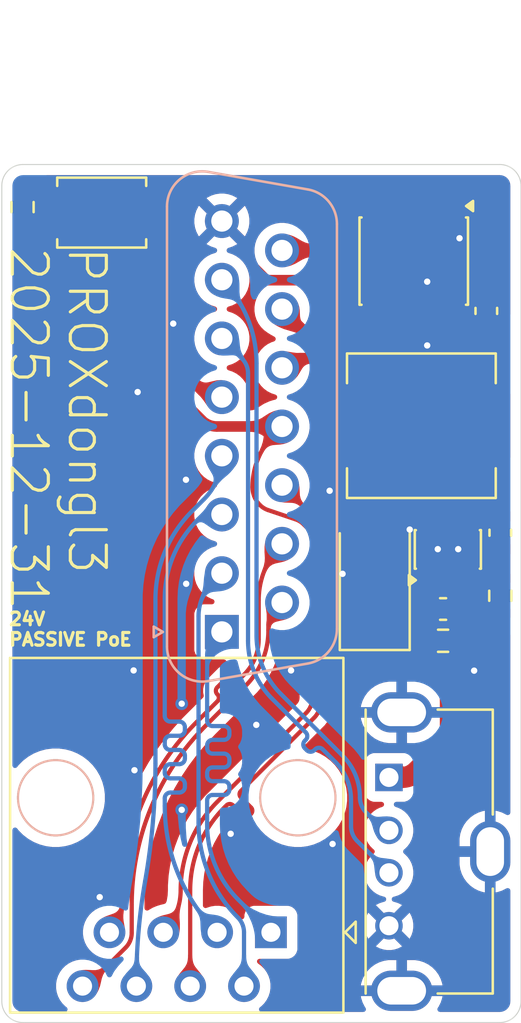
<source format=kicad_pcb>
(kicad_pcb
	(version 20241229)
	(generator "pcbnew")
	(generator_version "9.0")
	(general
		(thickness 1.6)
		(legacy_teardrops no)
	)
	(paper "A4")
	(layers
		(0 "F.Cu" signal)
		(2 "B.Cu" signal)
		(9 "F.Adhes" user "F.Adhesive")
		(11 "B.Adhes" user "B.Adhesive")
		(13 "F.Paste" user)
		(15 "B.Paste" user)
		(5 "F.SilkS" user "F.Silkscreen")
		(7 "B.SilkS" user "B.Silkscreen")
		(1 "F.Mask" user)
		(3 "B.Mask" user)
		(17 "Dwgs.User" user "User.Drawings")
		(19 "Cmts.User" user "User.Comments")
		(21 "Eco1.User" user "User.Eco1")
		(23 "Eco2.User" user "User.Eco2")
		(25 "Edge.Cuts" user)
		(27 "Margin" user)
		(31 "F.CrtYd" user "F.Courtyard")
		(29 "B.CrtYd" user "B.Courtyard")
		(35 "F.Fab" user)
		(33 "B.Fab" user)
		(39 "User.1" user)
		(41 "User.2" user)
		(43 "User.3" user)
		(45 "User.4" user)
	)
	(setup
		(pad_to_mask_clearance 0)
		(allow_soldermask_bridges_in_footprints no)
		(tenting front back)
		(pcbplotparams
			(layerselection 0x00000000_00000000_55555555_5755f5ff)
			(plot_on_all_layers_selection 0x00000000_00000000_00000000_00000000)
			(disableapertmacros no)
			(usegerberextensions yes)
			(usegerberattributes yes)
			(usegerberadvancedattributes yes)
			(creategerberjobfile yes)
			(dashed_line_dash_ratio 12.000000)
			(dashed_line_gap_ratio 3.000000)
			(svgprecision 4)
			(plotframeref no)
			(mode 1)
			(useauxorigin no)
			(hpglpennumber 1)
			(hpglpenspeed 20)
			(hpglpendiameter 15.000000)
			(pdf_front_fp_property_popups yes)
			(pdf_back_fp_property_popups yes)
			(pdf_metadata yes)
			(pdf_single_document no)
			(dxfpolygonmode yes)
			(dxfimperialunits yes)
			(dxfusepcbnewfont yes)
			(psnegative no)
			(psa4output no)
			(plot_black_and_white yes)
			(sketchpadsonfab no)
			(plotpadnumbers no)
			(hidednponfab no)
			(sketchdnponfab yes)
			(crossoutdnponfab yes)
			(subtractmaskfromsilk no)
			(outputformat 1)
			(mirror no)
			(drillshape 0)
			(scaleselection 1)
			(outputdirectory "out/")
		)
	)
	(net 0 "")
	(net 1 "/ETH_DC1+")
	(net 2 "/ETH_RX-")
	(net 3 "/ETH_TX+")
	(net 4 "/ETH_DC2+")
	(net 5 "/ETH_DC1-")
	(net 6 "/ETH_DC2-")
	(net 7 "/ETH_RX+")
	(net 8 "/ETH_TX-")
	(net 9 "/USB_D-")
	(net 10 "/USB_D+")
	(net 11 "+3V3")
	(net 12 "GND")
	(net 13 "+5V")
	(net 14 "Net-(D1-A)")
	(net 15 "Net-(U1-FB)")
	(net 16 "unconnected-(U1-NC-Pad6)")
	(net 17 "/I2C_SDA")
	(net 18 "/I2C_SCL")
	(net 19 "/IGNITION")
	(net 20 "Net-(SW1-A)")
	(footprint "Connector_USB:USB_A_Molex_105057_Vertical" (layer "F.Cu") (at 111.27 86.93 -90))
	(footprint "Diode_SMD:D_SMA" (layer "F.Cu") (at 110.6 77.405 90))
	(footprint "Resistor_SMD:R_0603_1608Metric" (layer "F.Cu") (at 93.979 60.01 90))
	(footprint "Capacitor_SMD:C_0603_1608Metric" (layer "F.Cu") (at 115.865 64.91 90))
	(footprint "Package_TO_SOT_SMD:SOT-23-6" (layer "F.Cu") (at 114.05 76.1675 180))
	(footprint "Button_Switch_SMD:SW_SPST_TS-1088-xR020" (layer "F.Cu") (at 97.714 60.27))
	(footprint "Capacitor_SMD:C_0603_1608Metric" (layer "F.Cu") (at 113.825 78.98))
	(footprint "Package_SO:SOIC-8_3.9x4.9mm_P1.27mm" (layer "F.Cu") (at 112.44 62.56 -90))
	(footprint "Inductor_SMD:L_APV_APH0630" (layer "F.Cu") (at 112.8 70.33 180))
	(footprint "Resistor_SMD:R_0603_1608Metric" (layer "F.Cu") (at 116.525 78.355 90))
	(footprint "Resistor_SMD:R_0603_1608Metric" (layer "F.Cu") (at 113.825 80.48))
	(footprint "Capacitor_SMD:C_0603_1608Metric" (layer "F.Cu") (at 116.525 75.38 -90))
	(footprint "Connector_RJ:RJ45_OST_PJ012-8P8CX_Vertical" (layer "F.Cu") (at 105.7 94.24 180))
	(footprint "Connector_Dsub:DSUB-15_Socket_Vertical_P2.77x2.84mm" (layer "B.Cu") (at 103.385 80.06 -90))
	(gr_line
		(start 93 97.5)
		(end 93 59)
		(stroke
			(width 0.05)
			(type solid)
		)
		(layer "Edge.Cuts")
		(uuid "0db6ce03-0979-466c-8d70-b73e485d4a8f")
	)
	(gr_line
		(start 117.5 59)
		(end 117.5 97.5)
		(stroke
			(width 0.05)
			(type solid)
		)
		(layer "Edge.Cuts")
		(uuid "10be46f5-97dc-400b-ad24-0b8b87306653")
	)
	(gr_line
		(start 94 58)
		(end 116.5 58)
		(stroke
			(width 0.05)
			(type solid)
		)
		(layer "Edge.Cuts")
		(uuid "413b3a9e-9bd9-4831-9365-cd63dbd28d7f")
	)
	(gr_arc
		(start 116.5 58)
		(mid 117.207107 58.292893)
		(end 117.5 59)
		(stroke
			(width 0.05)
			(type solid)
		)
		(layer "Edge.Cuts")
		(uuid "52b734ef-74dd-43b6-888f-18443ecf54e3")
	)
	(gr_arc
		(start 94 98.5)
		(mid 93.292893 98.207107)
		(end 93 97.5)
		(stroke
			(width 0.05)
			(type solid)
		)
		(layer "Edge.Cuts")
		(uuid "6a17951b-3130-4b4a-9fe8-2b07478bf2be")
	)
	(gr_line
		(start 116.5 98.5)
		(end 94 98.5)
		(stroke
			(width 0.05)
			(type solid)
		)
		(layer "Edge.Cuts")
		(uuid "79c46bbb-04e4-4a4a-967a-27117ae08049")
	)
	(gr_arc
		(start 117.5 97.5)
		(mid 117.207107 98.207107)
		(end 116.5 98.5)
		(stroke
			(width 0.05)
			(type default)
		)
		(layer "Edge.Cuts")
		(uuid "dbd91a20-56fa-46cf-ba01-69e810d4c7e5")
	)
	(gr_arc
		(start 93 59)
		(mid 93.292893 58.292893)
		(end 94 58)
		(stroke
			(width 0.05)
			(type solid)
		)
		(layer "Edge.Cuts")
		(uuid "f40b6dc1-c075-4afe-b6bc-38632a8e4915")
	)
	(gr_text "PROXdongl3\n2025-12-31"
		(at 93.28 61.78 270)
		(layer "F.SilkS")
		(uuid "56a00f68-612a-4d4f-95f6-399a861de7d1")
		(effects
			(font
				(size 1.7 1.7)
				(thickness 0.15)
			)
			(justify left bottom)
		)
	)
	(gr_text "24V\nPASSIVE PoE"
		(at 93.27 80.77 0)
		(layer "F.SilkS")
		(uuid "582ed5dd-8095-4dca-b37e-f8f353222111")
		(effects
			(font
				(size 0.6 0.6)
				(thickness 0.15)
				(bold yes)
			)
			(justify left bottom)
		)
	)
	(segment
		(start 101.89 92.255305)
		(end 101.89 96.78)
		(width 0.2)
		(layer "F.Cu")
		(net 1)
		(uuid "0e4d5483-7a57-464a-a081-cfb3e138c863")
	)
	(segment
		(start 103.532156 88.321226)
		(end 103.510635 88.342746)
		(width 0.2)
		(layer "F.Cu")
		(net 1)
		(uuid "2000e5ef-a95e-4e68-b7fa-12886ea542cb")
	)
	(segment
		(start 108.03 76.008604)
		(end 108.03 83.409167)
		(width 0.2)
		(layer "F.Cu")
		(net 1)
		(uuid "381ac4ce-0ff3-4cf3-a33d-f100f3cf8edf")
	)
	(segment
		(start 106.225 73.135)
		(end 107.274383 74.184383)
		(width 0.2)
		(layer "F.Cu")
		(net 1)
		(uuid "3e9eecf7-6940-4a7b-a885-f54b3faaba0d")
	)
	(segment
		(start 107.737107 84.116274)
		(end 104.97669 86.876691)
		(width 0.2)
		(layer "F.Cu")
		(net 1)
		(uuid "6a3289ba-3830-4b3b-beb4-fee0b62e75df")
	)
	(segment
		(start 104.759694 88.649324)
		(end 104.684742 88.724277)
		(width 0.2)
		(layer "F.Cu")
		(net 1)
		(uuid "93b270b5-cf63-406b-8593-c82ec16cdbc8")
	)
	(segment
		(start 104.384928 88.724278)
		(end 103.906924 88.246274)
		(width 0.2)
		(layer "F.Cu")
		(net 1)
		(uuid "afdc9b64-8ca9-43d9-9b09-fb6a3299344a")
	)
	(segment
		(start 103.607112 88.246273)
		(end 103.532156 88.321226)
		(width 0.2)
		(layer "F.Cu")
		(net 1)
		(uuid "c84dd415-1bec-46d2-bdfe-1187a1680963")
	)
	(segment
		(start 104.28169 87.871505)
		(end 104.759695 88.34951)
		(width 0.2)
		(layer "F.Cu")
		(net 1)
		(uuid "e52fa9be-74c9-4bfb-97e5-8b47b568bed4")
	)
	(segment
		(start 104.97669 86.876691)
		(end 104.28169 87.571691)
		(width 0.2)
		(layer "F.Cu")
		(net 1)
		(uuid "ed754873-dd11-4748-937f-1792871542ea")
	)
	(arc
		(start 103.510635 88.342746)
		(mid 102.31119 90.137843)
		(end 101.89 92.255305)
		(width 0.2)
		(layer "F.Cu")
		(net 1)
		(uuid "049c7c04-066c-4b27-b3e8-0f8c0e4460c4")
	)
	(arc
		(start 103.906924 88.246274)
		(mid 103.757017 88.184181)
		(end 103.607112 88.246273)
		(width 0.2)
		(layer "F.Cu")
		(net 1)
		(uuid "3e23f6be-0eac-468b-8c84-c6fcc45e4f2e")
	)
	(arc
		(start 107.274383 74.184383)
		(mid 107.833621 75.021343)
		(end 108.03 76.008604)
		(width 0.2)
		(layer "F.Cu")
		(net 1)
		(uuid "6334f91f-cc72-413a-b008-9d78abe71aa7")
	)
	(arc
		(start 104.684742 88.724277)
		(mid 104.534835 88.786371)
		(end 104.384928 88.724278)
		(width 0.2)
		(layer "F.Cu")
		(net 1)
		(uuid "a06520f3-e18d-42c5-9d0b-fa90953d1bb7")
	)
	(arc
		(start 104.759695 88.34951)
		(mid 104.821789 88.499416)
		(end 104.759694 88.649324)
		(width 0.2)
		(layer "F.Cu")
		(net 1)
		(uuid "a7cd840c-81de-47b7-9836-0b664855f27b")
	)
	(arc
		(start 104.28169 87.571691)
		(mid 104.219595 87.721599)
		(end 104.28169 87.871505)
		(width 0.2)
		(layer "F.Cu")
		(net 1)
		(uuid "d2a3d82d-1f1d-4905-9e00-24da54273707")
	)
	(arc
		(start 108.03 83.409167)
		(mid 107.95388 83.791851)
		(end 107.737107 84.116274)
		(width 0.2)
		(layer "F.Cu")
		(net 1)
		(uuid "f4604cec-5ffb-4e6e-8cf7-7e17685c0392")
	)
	(segment
		(start 99.764398 91.822533)
		(end 99.766702 91.809428)
		(width 0.2)
		(layer "B.Cu")
		(net 2)
		(uuid "3bebba4b-9b29-4d82-bd5c-4c4daccb0d63")
	)
	(segment
		(start 99.35 96.573614)
		(end 99.35 96.78)
		(width 0.2)
		(layer "B.Cu")
		(net 2)
		(uuid "6322210c-741f-41d2-809b-fe0e4aa0e953")
	)
	(segment
		(start 102.532979 73.807021)
		(end 101.976779 74.363221)
		(width 0.2)
		(layer "B.Cu")
		(net 2)
		(uuid "d3a3b6de-aa64-4e08-85bd-376b2d16ec3b")
	)
	(segment
		(start 100.25 78.532035)
		(end 100.25 86.268429)
		(width 0.2)
		(layer "B.Cu")
		(net 2)
		(uuid "d58091a9-80d6-4fc5-b0bc-0dc2638d0ca0")
	)
	(arc
		(start 103.385 71.75)
		(mid 103.163567 72.863279)
		(end 102.532979 73.807021)
		(width 0.2)
		(layer "B.Cu")
		(net 2)
		(uuid "1a306158-b04f-4adc-9347-1e601f6e9b65")
	)
	(arc
		(start 99.764398 91.822533)
		(mid 99.453795 94.189054)
		(end 99.35 96.573614)
		(width 0.2)
		(layer "B.Cu")
		(net 2)
		(uuid "2e4ec317-fcf2-4b6c-b834-e6071fe90864")
	)
	(arc
		(start 101.976779 74.363221)
		(mid 100.698775 76.275889)
		(end 100.25 78.532035)
		(width 0.2)
		(layer "B.Cu")
		(net 2)
		(uuid "3001a8e3-d784-4d69-ba7c-c05c967f685d")
	)
	(arc
		(start 99.766702 91.809428)
		(mid 100.128946 89.049447)
		(end 100.25 86.268429)
		(width 0.2)
		(layer "B.Cu")
		(net 2)
		(uuid "45b71d40-1a0c-4397-945c-f1744bf7f96c")
	)
	(segment
		(start 102.69 88.146794)
		(end 102.69 88.62)
		(width 0.2)
		(layer "B.Cu")
		(net 3)
		(uuid "08791202-6085-4f0a-9eaf-ad84d534f584")
	)
	(segment
		(start 102.95 84.506794)
		(end 103.48 84.506794)
		(width 0.2)
		(layer "B.Cu")
		(net 3)
		(uuid "2398e4c8-27f4-4514-850a-af2b727dcfe3")
	)
	(segment
		(start 102.69 88.62)
		(end 102.69 89.151819)
		(width 0.2)
		(layer "B.Cu")
		(net 3)
		(uuid "2a8c4b63-f70f-45e8-9a7d-0e43ae6acee7")
	)
	(segment
		(start 102.69 81.169214)
		(end 102.69 84.246794)
		(width 0.2)
		(layer "B.Cu")
		(net 3)
		(uuid "30fcf28c-f4b3-4b97-9464-dd53500e69b1")
	)
	(segment
		(start 103.74 86.066794)
		(end 103.74 86.196794)
		(width 0.2)
		(layer "B.Cu")
		(net 3)
		(uuid "4bbf88b8-2d14-43b7-8781-3e65b025a87e")
	)
	(segment
		(start 102.69 86.716794)
		(end 102.69 86.846794)
		(width 0.2)
		(layer "B.Cu")
		(net 3)
		(uuid "543b6fdd-3c1a-46b7-97cc-7c9c4344c713")
	)
	(segment
		(start 102.95 87.106794)
		(end 103.48 87.106794)
		(width 0.2)
		(layer "B.Cu")
		(net 3)
		(uuid "61771daf-fbd1-4cae-9a1c-ffb93e4ebffc")
	)
	(segment
		(start 103.48 87.756794)
		(end 102.95 87.756794)
		(width 0.2)
		(layer "B.Cu")
		(net 3)
		(uuid "6df739c7-605c-4d45-a493-50d87a4fc7f1")
	)
	(segment
		(start 103.385 80.06)
		(end 102.982893 80.462107)
		(width 0.2)
		(layer "B.Cu")
		(net 3)
		(uuid "7f7f71cc-a5a0-4d69-a64b-ea8e074f7955")
	)
	(segment
		(start 103.48 85.156794)
		(end 102.95 85.156794)
		(width 0.2)
		(layer "B.Cu")
		(net 3)
		(uuid "811dfff3-14fe-420b-9e2f-58f734b1368b")
	)
	(segment
		(start 102.69 88.016794)
		(end 102.69 88.146794)
		(width 0.2)
		(layer "B.Cu")
		(net 3)
		(uuid "8600f91a-35c1-46f7-8daf-235e7f79ebb2")
	)
	(segment
		(start 104.159495 92.699495)
		(end 105.7 94.24)
		(width 0.2)
		(layer "B.Cu")
		(net 3)
		(uuid "b56bebc9-71cf-43ca-84e9-91b63b22097b")
	)
	(segment
		(start 103.48 86.456794)
		(end 102.95 86.456794)
		(width 0.2)
		(layer "B.Cu")
		(net 3)
		(uuid "ca8330d9-b496-4d47-b213-cb75ce8b6c9c")
	)
	(segment
		(start 102.95 85.806794)
		(end 103.48 85.806794)
		(width 0.2)
		(layer "B.Cu")
		(net 3)
		(uuid "cf11be28-ea59-4052-9957-74729281a9d0")
	)
	(segment
		(start 103.74 87.366794)
		(end 103.74 87.496794)
		(width 0.2)
		(layer "B.Cu")
		(net 3)
		(uuid "d071e876-e031-44f6-a79b-f22e8e15c686")
	)
	(segment
		(start 103.74 84.766794)
		(end 103.74 84.896794)
		(width 0.2)
		(layer "B.Cu")
		(net 3)
		(uuid "d64d358b-c939-432c-b237-f24c83aa16c9")
	)
	(segment
		(start 105.61 94.1)
		(end 105.5 93.99)
		(width 0.2)
		(layer "B.Cu")
		(net 3)
		(uuid "ee570994-3e94-4237-bd5c-cfcc1aedb572")
	)
	(segment
		(start 102.69 85.416794)
		(end 102.69 85.546794)
		(width 0.2)
		(layer "B.Cu")
		(net 3)
		(uuid "faba9060-984e-45c2-bb8b-74fcf48cda60")
	)
	(arc
		(start 102.69 86.846794)
		(mid 102.766152 87.030642)
		(end 102.95 87.106794)
		(width 0.2)
		(layer "B.Cu")
		(net 3)
		(uuid "456ae852-3701-45aa-8bd3-d1d14bd4bdee")
	)
	(arc
		(start 103.48 84.506794)
		(mid 103.663848 84.582946)
		(end 103.74 84.766794)
		(width 0.2)
		(layer "B.Cu")
		(net 3)
		(uuid "6572ef5a-701f-445a-bd13-6af878b12b4d")
	)
	(arc
		(start 103.74 86.196794)
		(mid 103.663848 86.380642)
		(end 103.48 86.456794)
		(width 0.2)
		(layer "B.Cu")
		(net 3)
		(uuid "74f890af-55d1-4cd8-9253-ce7075b7f6c2")
	)
	(arc
		(start 102.69 84.246794)
		(mid 102.766152 84.430642)
		(end 102.95 84.506794)
		(width 0.2)
		(layer "B.Cu")
		(net 3)
		(uuid "75a20f59-f58c-4de5-9d1d-b39c37652fb2")
	)
	(arc
		(start 102.95 87.756794)
		(mid 102.766152 87.832946)
		(end 102.69 88.016794)
		(width 0.2)
		(layer "B.Cu")
		(net 3)
		(uuid "7616e2ea-9495-40cc-8ac0-d110b6d7cd95")
	)
	(arc
		(start 102.95 86.456794)
		(mid 102.766152 86.532946)
		(end 102.69 86.716794)
		(width 0.2)
		(layer "B.Cu")
		(net 3)
		(uuid "85029843-b620-4294-b42d-56724129990c")
	)
	(arc
		(start 103.74 84.896794)
		(mid 103.663848 85.080642)
		(end 103.48 85.156794)
		(width 0.2)
		(layer "B.Cu")
		(net 3)
		(uuid "894865df-a1fe-41ce-afad-015e2354f0f1")
	)
	(arc
		(start 102.69 89.151819)
		(mid 103.071909 91.071807)
		(end 104.159495 92.699495)
		(width 0.2)
		(layer "B.Cu")
		(net 3)
		(uuid "89498af4-1bb5-407f-abea-e7fc99c66578")
	)
	(arc
		(start 103.74 87.496794)
		(mid 103.663848 87.680642)
		(end 103.48 87.756794)
		(width 0.2)
		(layer "B.Cu")
		(net 3)
		(uuid "951df5ab-62d5-4c0d-8a23-28d8bb7d6c02")
	)
	(arc
		(start 103.48 85.806794)
		(mid 103.663848 85.882946)
		(end 103.74 86.066794)
		(width 0.2)
		(layer "B.Cu")
		(net 3)
		(uuid "a332847c-5507-4cdc-ab64-0c23e2ec5117")
	)
	(arc
		(start 102.95 85.156794)
		(mid 102.766152 85.232946)
		(end 102.69 85.416794)
		(width 0.2)
		(layer "B.Cu")
		(net 3)
		(uuid "bf3e0b7e-8155-407c-8d71-4fbfe9428daa")
	)
	(arc
		(start 102.982893 80.462107)
		(mid 102.76612 80.786531)
		(end 102.69 81.169214)
		(width 0.2)
		(layer "B.Cu")
		(net 3)
		(uuid "c2da10c9-20c1-4185-aa06-8fd5c7ed4f6c")
	)
	(arc
		(start 102.69 85.546794)
		(mid 102.766152 85.730642)
		(end 102.95 85.806794)
		(width 0.2)
		(layer "B.Cu")
		(net 3)
		(uuid "cab4d5ff-c645-42ac-81fe-322cf7370af8")
	)
	(arc
		(start 103.48 87.106794)
		(mid 103.663848 87.182946)
		(end 103.74 87.366794)
		(width 0.2)
		(layer "B.Cu")
		(net 3)
		(uuid "dea85e50-2110-422d-8777-edb51f6f2975")
	)
	(segment
		(start 99.192893 66.825075)
		(end 102.439925 70.072107)
		(width 0.5)
		(layer "F.Cu")
		(net 4)
		(uuid "0f9633d5-e6e2-4946-a23e-6412b3045086")
	)
	(segment
		(start 98.302893 62.492893)
		(end 98.607107 62.797107)
		(width 0.5)
		(layer "F.Cu")
		(net 4)
		(uuid "3c2bb618-12b9-4076-8038-10af1630c6df")
	)
	(segment
		(start 105.864374 70.725626)
		(end 106.225 70.365)
		(width 0.2)
		(layer "F.Cu")
		(net 4)
		(uuid "54764f5e-b51e-4d34-b7ee-3f5a16651d16")
	)
	(segment
		(start 105.568919 74.311963)
		(end 106.86108 74.748037)
		(width 0.2)
		(layer "F.Cu")
		(net 4)
		(uuid "6062565b-9669-45fa-8931-ec6f2f8a4c95")
	)
	(segment
		(start 98.9 63.504214)
		(end 98.9 66.117968)
		(width 0.5)
		(layer "F.Cu")
		(net 4)
		(uuid "8d4fbef1-ec12-4022-8dfc-dd9f15a25c54")
	)
	(segment
		(start 93.979 60.835)
		(end 93.979 60.844786)
		(width 0.5)
		(layer "F.Cu")
		(net 4)
		(uuid "9995c48e-1939-4264-8d1b-fd7dd7fe7425")
	)
	(segment
		(start 103.147032 70.365)
		(end 106.225 70.365)
		(width 0.5)
		(layer "F.Cu")
		(net 4)
		(uuid "9c5ab7f4-848d-4039-993b-ec942fbd6f93")
	)
	(segment
		(start 95.334214 62.2)
		(end 97.595786 62.2)
		(width 0.5)
		(layer "F.Cu")
		(net 4)
		(uuid "a19bed95-7f7b-4cd2-8690-4c0b3422f656")
	)
	(segment
		(start 103.17258 88.07742)
		(end 107.361107 83.888893)
		(width 0.2)
		(layer "F.Cu")
		(net 4)
		(uuid "b5cc80c3-23b2-4c62-a3f8-94940f36b2ed")
	)
	(segment
		(start 94.271893 61.551893)
		(end 94.627107 61.907107)
		(width 0.5)
		(layer "F.Cu")
		(net 4)
		(uuid "c8d837ea-d1c7-4fa6-b702-2717a7aa8f33")
	)
	(segment
		(start 107.361107 75.101107)
		(end 107.248429 74.988429)
		(width 0.2)
		(layer "F.Cu")
		(net 4)
		(uuid "ee447aad-e785-47e3-af95-1986b889336f")
	)
	(segment
		(start 107.654 83.181786)
		(end 107.654 75.808214)
		(width 0.2)
		(layer "F.Cu")
		(net 4)
		(uuid "fb7a1e86-5819-4323-ad13-adc79169b97c")
	)
	(arc
		(start 105.181571 74.071571)
		(mid 105.361363 74.214135)
		(end 105.568919 74.311963)
		(width 0.2)
		(layer "F.Cu")
		(net 4)
		(uuid "093c8e07-37a6-4655-a636-22221899a899")
	)
	(arc
		(start 107.248429 74.988429)
		(mid 107.068636 74.845865)
		(end 106.86108 74.748037)
		(width 0.2)
		(layer "F.Cu")
		(net 4)
		(uuid "1244a1db-341d-4ca0-9f0a-a915e9d00cd1")
	)
	(arc
		(start 98.9 63.504214)
		(mid 98.82388 63.121531)
		(end 98.607107 62.797107)
		(width 0.5)
		(layer "F.Cu")
		(net 4)
		(uuid "17266145-7142-4c11-b957-22ee68e69e9b")
	)
	(arc
		(start 104.83 73.222858)
		(mid 105.098825 71.87135)
		(end 105.864374 70.725626)
		(width 0.2)
		(layer "F.Cu")
		(net 4)
		(uuid "308289eb-56d6-47ab-85ea-f30ed229e806")
	)
	(arc
		(start 107.361107 75.101107)
		(mid 107.57788 75.42553)
		(end 107.654 75.808214)
		(width 0.2)
		(layer "F.Cu")
		(net 4)
		(uuid "40e98ecc-5bd8-44ad-a860-674af590351a")
	)
	(arc
		(start 102.439925 70.072107)
		(mid 102.764348 70.28888)
		(end 103.147032 70.365)
		(width 0.5)
		(layer "F.Cu")
		(net 4)
		(uuid "5ca5d28a-72c0-4068-9ba1-91e356d4284a")
	)
	(arc
		(start 98.302893 62.492893)
		(mid 97.97847 62.27612)
		(end 97.595786 62.2)
		(width 0.5)
		(layer "F.Cu")
		(net 4)
		(uuid "8f66c82a-2b79-4eb3-85ae-68db3c81c4d1")
	)
	(arc
		(start 95.334214 62.2)
		(mid 94.951531 62.12388)
		(end 94.627107 61.907107)
		(width 0.5)
		(layer "F.Cu")
		(net 4)
		(uuid "91dfacd9-e7ce-49aa-adad-d3e6268e5d31")
	)
	(arc
		(start 104.83 73.222858)
		(mid 104.92136 73.682157)
		(end 105.181571 74.071571)
		(width 0.2)
		(layer "F.Cu")
		(net 4)
		(uuid "9e1ce9ab-8d7a-4dd4-baaa-43539fe6649c")
	)
	(arc
		(start 93.979 60.844786)
		(mid 94.05512 61.22747)
		(end 94.271893 61.551893)
		(width 0.5)
		(layer "F.Cu")
		(net 4)
		(uuid "b36fb654-9d43-4a3f-9595-8c4517a0d345")
	)
	(arc
		(start 107.654 83.181786)
		(mid 107.57788 83.564469)
		(end 107.361107 83.888893)
		(width 0.2)
		(layer "F.Cu")
		(net 4)
		(uuid "c7a0f7b6-3730-47ec-a91e-b4c917fa8ef0")
	)
	(arc
		(start 103.17258 88.07742)
		(mid 101.890284 89.996512)
		(end 101.44 92.26035)
		(width 0.2)
		(layer "F.Cu")
		(net 4)
		(uuid "d4118f58-a173-4938-87fb-87b649010fdb")
	)
	(arc
		(start 101.44 92.26035)
		(mid 101.22689 93.331726)
		(end 100.62 94.24)
		(width 0.2)
		(layer "F.Cu")
		(net 4)
		(uuid "f886fd48-05cd-4897-964b-72579e545c96")
	)
	(arc
		(start 98.9 66.117968)
		(mid 98.97612 66.500652)
		(end 99.192893 66.825075)
		(width 0.5)
		(layer "F.Cu")
		(net 4)
		(uuid "f990ffd7-d5fb-4927-b172-46dfd915a01f")
	)
	(segment
		(start 102.733507 83.776492)
		(end 102.68 83.83)
		(width 0.2)
		(layer "F.Cu")
		(net 5)
		(uuid "178e6d5d-90ce-4d85-933c-c85d6c7d4dfb")
	)
	(segment
		(start 105.124 80.42095)
		(end 105.122 80.42295)
		(width 0.2)
		(layer "F.Cu")
		(net 5)
		(uuid "377987c2-e7b5-438f-a64d-a6178aa86326")
	)
	(segment
		(start 102.68 83.83)
		(end 102.342021 84.167979)
		(width 0.2)
		(layer "F.Cu")
		(net 5)
		(uuid "5da5a1c0-fc75-4c39-9dcb-577bd1327f74")
	)
	(segment
		(start 103.171911 83.338086)
		(end 102.733507 83.776492)
		(width 0.2)
		(layer "F.Cu")
		(net 5)
		(uuid "86e345e7-c7d8-4760-9c7c-04d97751b657")
	)
	(segment
		(start 105.124 78.563026)
		(end 105.124 80.42095)
		(width 0.2)
		(layer "F.Cu")
		(net 5)
		(uuid "ae931f86-82ac-471c-b567-7694334817c7")
	)
	(segment
		(start 104.439622 82.070378)
		(end 104.275 82.235)
		(width 0.2)
		(layer "F.Cu")
		(net 5)
		(uuid "bb33693a-45c7-490f-845a-4a5241fb7fa3")
	)
	(segment
		(start 102.342021 84.167979)
		(end 102.1883 84.3217)
		(width 0.2)
		(layer "F.Cu")
		(net 5)
		(uuid "d4f049ac-7272-489e-b9c2-8be3c0096c50")
	)
	(segment
		(start 103.610318 82.235)
		(end 103.171911 82.673406)
		(width 0.2)
		(layer "F.Cu")
		(net 5)
		(uuid "fb801227-1ac0-44c2-a24c-f2f795d6d194")
	)
	(arc
		(start 98.7 92.743256)
		(mid 98.53888 93.553261)
		(end 98.08 94.24)
		(width 0.2)
		(layer "F.Cu")
		(net 5)
		(uuid "0f8f38ef-13ad-4035-8dcc-fb4014393152")
	)
	(arc
		(start 102.1883 84.3217)
		(mid 99.606579 88.185518)
		(end 98.7 92.743256)
		(width 0.2)
		(layer "F.Cu")
		(net 5)
		(uuid "1e502bc6-d01a-418f-86a4-18d25deef612")
	)
	(arc
		(start 104.275 82.235)
		(mid 104.108829 82.30383)
		(end 103.942659 82.235)
		(width 0.2)
		(layer "F.Cu")
		(net 5)
		(uuid "42f0e309-6701-40b4-a814-cb89d28ecf0d")
	)
	(arc
		(start 105.122 80.42295)
		(mid 104.944655 81.314542)
		(end 104.439622 82.070378)
		(width 0.2)
		(layer "F.Cu")
		(net 5)
		(uuid "4766346b-15de-4d1c-ae42-25c83474338f")
	)
	(arc
		(start 103.942659 82.235)
		(mid 103.776489 82.166169)
		(end 103.610318 82.235)
		(width 0.2)
		(layer "F.Cu")
		(net 5)
		(uuid "58cd7769-3e26-4e76-aeaa-a541f26b3d0f")
	)
	(arc
		(start 106.225 75.905)
		(mid 105.410136 77.124522)
		(end 105.124 78.563026)
		(width 0.2)
		(layer "F.Cu")
		(net 5)
		(uuid "7e453643-9777-4def-92e1-23f274cb706e")
	)
	(arc
		(start 103.171911 83.005746)
		(mid 103.240741 83.171916)
		(end 103.171911 83.338086)
		(width 0.2)
		(layer "F.Cu")
		(net 5)
		(uuid "dc7af08b-2dcd-4f33-b9b3-6c2dc30e6947")
	)
	(arc
		(start 103.171911 82.673406)
		(mid 103.103081 82.839576)
		(end 103.171911 83.005746)
		(width 0.2)
		(layer "F.Cu")
		(net 5)
		(uuid "dff1f9f7-986a-42fc-bdce-b86a64153542")
	)
	(segment
		(start 99.131 94.261125)
		(end 99.130994 92.945856)
		(width 0.2)
		(layer "F.Cu")
		(net 6)
		(uuid "0ec322cc-5547-4f14-88c8-b55d008820d6")
	)
	(segment
		(start 96.81 96.78)
		(end 97.026339 96.78)
		(width 0.2)
		(layer "F.Cu")
		(net 6)
		(uuid "1967c86a-0ce3-4694-beee-2356affc802a")
	)
	(segment
		(start 97.026339 96.78)
		(end 98.838107 94.968232)
		(width 0.2)
		(layer "F.Cu")
		(net 6)
		(uuid "22ec12a0-1860-49ad-a441-194f81473b85")
	)
	(segment
		(start 102.643045 84.466955)
		(end 104.493875 82.616125)
		(width 0.2)
		(layer "F.Cu")
		(net 6)
		(uuid "88f1da5c-9f20-4acd-b750-14495b4cb894")
	)
	(segment
		(start 105.872893 79.027107)
		(end 106.225 78.675)
		(width 0.2)
		(layer "F.Cu")
		(net 6)
		(uuid "97822702-adbd-4c42-9d8d-353d1c67ad5d")
	)
	(segment
		(start 105.58 79.993987)
		(end 105.58 79.734214)
		(width 0.2)
		(layer "F.Cu")
		(net 6)
		(uuid "c18c71eb-12cd-4952-9b47-3f174260845f")
	)
	(arc
		(start 99.130994 92.945856)
		(mid 100.043735 88.357108)
		(end 102.643045 84.466955)
		(width 0.2)
		(layer "F.Cu")
		(net 6)
		(uuid "72bc8500-9b07-43bd-be2d-679c7e2f8a0f")
	)
	(arc
		(start 105.872893 79.027107)
		(mid 105.65612 79.35153)
		(end 105.58 79.734214)
		(width 0.2)
		(layer "F.Cu")
		(net 6)
		(uuid "aef8902f-7524-44a3-95ec-1df68b30e9f3")
	)
	(arc
		(start 104.493875 82.616125)
		(mid 105.297725 81.413078)
		(end 105.58 79.993987)
		(width 0.2)
		(layer "F.Cu")
		(net 6)
		(uuid "c746ebd9-68d7-4768-be41-e1369a859a28")
	)
	(arc
		(start 99.131 94.261125)
		(mid 99.05488 94.643808)
		(end 98.838107 94.968232)
		(width 0.2)
		(layer "F.Cu")
		(net 6)
		(uuid "d30853b7-8775-4498-ba5b-b5c09bfe87bb")
	)
	(segment
		(start 100.958 86.303795)
		(end 101.372 86.303795)
		(width 0.2)
		(layer "B.Cu")
		(net 7)
		(uuid "013ca9e3-9b5c-4636-aed5-59ea27a71012")
	)
	(segment
		(start 102.919214 74.52)
		(end 103.385 74.52)
		(width 0.2)
		(layer "B.Cu")
		(net 7)
		(uuid "0cf7bb87-e524-4ad3-840c-cf36af40c4b6")
	)
	(segment
		(start 100.958 87.643795)
		(end 101.372 87.643795)
		(width 0.2)
		(layer "B.Cu")
		(net 7)
		(uuid "0ee72aaf-79cb-44db-8d47-b2e2c9f12a7a")
	)
	(segment
		(start 100.69 83.84)
		(end 100.69 82.757393)
		(width 0.2)
		(layer "B.Cu")
		(net 7)
		(uuid "13e5e73f-781f-4ac8-a697-9cc11f7e7730")
	)
	(segment
		(start 100.69 84.025795)
		(end 100.69 83.891795)
		(width 0.2)
		(layer "B.Cu")
		(net 7)
		(uuid "4197f2da-d259-4895-ad6e-0d5458d26444")
	)
	(segment
		(start 101.64 86.035795)
		(end 101.64 85.901795)
		(width 0.2)
		(layer "B.Cu")
		(net 7)
		(uuid "48a91454-8edc-45b6-8580-587c09d0a905")
	)
	(segment
		(start 101.372 84.293795)
		(end 100.958 84.293795)
		(width 0.2)
		(layer "B.Cu")
		(net 7)
		(uuid "575022e1-8e1d-491b-a5e5-216e7fe94f72")
	)
	(segment
		(start 101.372 86.973795)
		(end 100.958 86.973795)
		(width 0.2)
		(layer "B.Cu")
		(net 7)
		(uuid "66dff5c2-1f3b-4a69-9e3d-55d4dd1272e8")
	)
	(segment
		(start 100.69 83.891795)
		(end 100.69 83.84)
		(width 0.2)
		(layer "B.Cu")
		(net 7)
		(uuid "7e2d2276-fa43-442a-b2ea-65bb2dba8706")
	)
	(segment
		(start 100.69 86.705795)
		(end 100.69 86.571795)
		(width 0.2)
		(layer "B.Cu")
		(net 7)
		(uuid "87ed7a75-a840-449a-b2c5-376e4fe189a2")
	)
	(segment
		(start 100.69 85.365795)
		(end 100.69 85.231795)
		(width 0.2)
		(layer "B.Cu")
		(net 7)
		(uuid "a8debe98-595a-47ba-9b94-3fa772d1456c")
	)
	(segment
		(start 101.64 84.695795)
		(end 101.64 84.561795)
		(width 0.2)
		(layer "B.Cu")
		(net 7)
		(uuid "af807c97-fe3a-4ca5-adb8-58d44bf8166d")
	)
	(segment
		(start 100.958 84.963795)
		(end 101.372 84.963795)
		(width 0.2)
		(layer "B.Cu")
		(net 7)
		(uuid "b3fca971-4417-4fa5-ba68-f33a13aba272")
	)
	(segment
		(start 101.64 87.375795)
		(end 101.64 87.241795)
		(width 0.2)
		(layer "B.Cu")
		(net 7)
		(uuid "cc5073d5-ef1c-4382-8852-60a89cc302d8")
	)
	(segment
		(start 100.69 88.276906)
		(end 100.69 87.911795)
		(width 0.2)
		(layer "B.Cu")
		(net 7)
		(uuid "d1175fea-1705-46c3-bad6-22d02f8410c2")
	)
	(segment
		(start 100.69 82.757393)
		(end 100.69 78.487542)
		(width 0.2)
		(layer "B.Cu")
		(net 7)
		(uuid "f0d54729-f059-4dcb-842e-60cab8ff8357")
	)
	(segment
		(start 101.372 85.633795)
		(end 100.958 85.633795)
		(width 0.2)
		(layer "B.Cu")
		(net 7)
		(uuid "ff07e0e0-7151-4348-a865-3ca13de5a0a0")
	)
	(arc
		(start 101.64 85.901795)
		(mid 101.561505 85.71229)
		(end 101.372 85.633795)
		(width 0.2)
		(layer "B.Cu")
		(net 7)
		(uuid "044c9df9-8ea1-4653-805a-3e93ca21af18")
	)
	(arc
		(start 101.372 86.303795)
		(mid 101.561505 86.2253)
		(end 101.64 86.035795)
		(width 0.2)
		(layer "B.Cu")
		(net 7)
		(uuid "179b7198-787f-418e-95ef-5036a9cacabf")
	)
	(arc
		(start 100.69 86.571795)
		(mid 100.768495 86.38229)
		(end 100.958 86.303795)
		(width 0.2)
		(layer "B.Cu")
		(net 7)
		(uuid "2590f62c-3c44-42ac-a79f-43e804ca281c")
	)
	(arc
		(start 100.958 85.633795)
		(mid 100.768495 85.5553)
		(end 100.69 85.365795)
		(width 0.2)
		(layer "B.Cu")
		(net 7)
		(uuid "42223ce5-9c74-46c2-8827-5e8de7bfd8ec")
	)
	(arc
		(start 100.958 84.293795)
		(mid 100.768495 84.2153)
		(end 100.69 84.025795)
		(width 0.2)
		(layer "B.Cu")
		(net 7)
		(uuid "6643d2b6-97ee-4314-8b8f-c07975a3a717")
	)
	(arc
		(start 101.64 87.241795)
		(mid 101.561505 87.05229)
		(end 101.372 86.973795)
		(width 0.2)
		(layer "B.Cu")
		(net 7)
		(uuid "7f7b28f5-c8f9-4ebb-9d26-84e9d57b9b22")
	)
	(arc
		(start 100.958 86.973795)
		(mid 100.768495 86.8953)
		(end 100.69 86.705795)
		(width 0.2)
		(layer "B.Cu")
		(net 7)
		(uuid "81564958-2009-4a22-a6e0-8b175ce9739e")
	)
	(arc
		(start 101.64 84.561795)
		(mid 101.561505 84.37229)
		(end 101.372 84.293795)
		(width 0.2)
		(layer "B.Cu")
		(net 7)
		(uuid "ba1e7fe6-3ee4-4192-8ada-5d22a00863d8")
	)
	(arc
		(start 101.372 87.643795)
		(mid 101.561505 87.5653)
		(end 101.64 87.375795)
		(width 0.2)
		(layer "B.Cu")
		(net 7)
		(uuid "ba6805a7-b5b8-49a9-9587-761aea163fbd")
	)
	(arc
		(start 100.69 85.231795)
		(mid 100.768495 85.04229)
		(end 100.958 84.963795)
		(width 0.2)
		(layer "B.Cu")
		(net 7)
		(uuid "d13c472a-c052-4c85-b6b5-2837406322b2")
	)
	(arc
		(start 100.69 87.911795)
		(mid 100.768495 87.72229)
		(end 100.958 87.643795)
		(width 0.2)
		(layer "B.Cu")
		(net 7)
		(uuid "dc1c4dc5-3245-41e8-bc20-ed94f4667778")
	)
	(arc
		(start 103.16 94.24)
		(mid 101.331929 91.504104)
		(end 100.69 88.276906)
		(width 0.2)
		(layer "B.Cu")
		(net 7)
		(uuid "e3629c15-7b3f-476c-b04c-6e127f121a8e")
	)
	(arc
		(start 102.212107 74.812893)
		(mid 102.53653 74.59612)
		(end 102.919214 74.52)
		(width 0.2)
		(layer "B.Cu")
		(net 7)
		(uuid "e3ed4e10-0132-47b1-9d17-91bf01a14e7a")
	)
	(arc
		(start 100.69 78.487542)
		(mid 101.085576 76.498852)
		(end 102.212107 74.812893)
		(width 0.2)
		(layer "B.Cu")
		(net 7)
		(uuid "e70db0de-79e7-4862-927f-8b32bc8ffdd1")
	)
	(arc
		(start 101.372 84.963795)
		(mid 101.561505 84.8853)
		(end 101.64 84.695795)
		(width 0.2)
		(layer "B.Cu")
		(net 7)
		(uuid "efc28090-c7ba-4c42-b3c9-6c4cf957380e")
	)
	(segment
		(start 102.284 89.063388)
		(end 102.284 79.320203)
		(width 0.2)
		(layer "B.Cu")
		(net 8)
		(uuid "4b2a3afd-047c-4dd8-b61e-bd7ba892f62d")
	)
	(segment
		(start 104.43 96.78)
		(end 104.43 94.244214)
		(width 0.2)
		(layer "B.Cu")
		(net 8)
		(uuid "5acc444f-c98a-4247-ab8f-0dc2df220bfe")
	)
	(segment
		(start 102.941046 77.733954)
		(end 103.385 77.29)
		(width 0.2)
		(layer "B.Cu")
		(net 8)
		(uuid "a6dbd2b2-7685-4bd8-95fb-35e449e347cc")
	)
	(arc
		(start 104.137107 93.537107)
		(mid 102.765593 91.484518)
		(end 102.284 89.063388)
		(width 0.2)
		(layer "B.Cu")
		(net 8)
		(uuid "4f40585e-aa3f-4550-877b-2770afdfae0b")
	)
	(arc
		(start 104.137107 93.537107)
		(mid 104.35388 93.86153)
		(end 104.43 94.244214)
		(width 0.2)
		(layer "B.Cu")
		(net 8)
		(uuid "8f2109ec-b1e5-44d4-aec9-5b1b77883df7")
	)
	(arc
		(start 102.941046 77.733954)
		(mid 102.454761 78.461731)
		(end 102.284 79.320203)
		(width 0.2)
		(layer "B.Cu")
		(net 8)
		(uuid "a39f653a-4dd3-41ff-98bc-8fbd7f2b6a8d")
	)
	(segment
		(start 111.04 89.43)
		(end 111.27 89.43)
		(width 0.2)
		(layer "B.Cu")
		(net 9)
		(uuid "4719347f-1ace-4aed-9f4e-8f76853ac017")
	)
	(segment
		(start 110.192893 88.582893)
		(end 111.04 89.43)
		(width 0.2)
		(layer "B.Cu")
		(net 9)
		(uuid "d2cec5d0-3f39-42d9-a3b6-d6479ce8a7c8")
	)
	(segment
		(start 106.164481 82.984481)
		(end 109.082747 85.902747)
		(width 0.2)
		(layer "B.Cu")
		(net 9)
		(uuid "f288b572-117d-45c3-814f-540ae47cd057")
	)
	(segment
		(start 105.02 67.387227)
		(end 105.02 80.221459)
		(width 0.2)
		(layer "B.Cu")
		(net 9)
		(uuid "f9ca977f-6825-44f2-8ca6-130a110a9fe7")
	)
	(arc
		(start 105.02 67.387227)
		(mid 104.595079 65.251007)
		(end 103.385 63.44)
		(width 0.2)
		(layer "B.Cu")
		(net 9)
		(uuid "209535b4-65a5-4b52-8cf1-3b89bf20ea14")
	)
	(arc
		(start 105.02 80.221459)
		(mid 105.317441 81.716796)
		(end 106.164481 82.984481)
		(width 0.2)
		(layer "B.Cu")
		(net 9)
		(uuid "c0f6a440-3c4a-4dc6-ac9f-c2c20731e1ce")
	)
	(arc
		(start 109.9 87.875786)
		(mid 109.687603 86.807979)
		(end 109.082747 85.902747)
		(width 0.2)
		(layer "B.Cu")
		(net 9)
		(uuid "ccf0d7fd-a633-48f1-9a3e-225e1dd8c122")
	)
	(arc
		(start 110.192893 88.582893)
		(mid 109.97612 88.25847)
		(end 109.9 87.875786)
		(width 0.2)
		(layer "B.Cu")
		(net 9)
		(uuid "e982443e-c17f-4c94-a0ff-d6ebe9e5ee7c")
	)
	(segment
		(start 107.747723 85.643299)
		(end 107.78732 85.603701)
		(width 0.2)
		(layer "B.Cu")
		(net 10)
		(uuid "11db1d88-213e-421e-92f6-4106124b1c2b")
	)
	(segment
		(start 105.751843 83.211843)
		(end 105.757259 83.217259)
		(width 0.2)
		(layer "B.Cu")
		(net 10)
		(uuid "25b844af-9869-407e-80f1-9ddf7877686c")
	)
	(segment
		(start 108.143702 85.603701)
		(end 108.232798 85.692798)
		(width 0.2)
		(layer "B.Cu")
		(net 10)
		(uuid "2ada9cb4-5130-4a82-97ba-99c4e61dedbb")
	)
	(segment
		(start 109.772893 89.932893)
		(end 111.27 91.43)
		(width 0.2)
		(layer "B.Cu")
		(net 10)
		(uuid "4ec7dd4e-6af7-4ca6-badd-f21df39205c3")
	)
	(segment
		(start 107.341844 85.158225)
		(end 107.302246 85.197822)
		(width 0.2)
		(layer "B.Cu")
		(net 10)
		(uuid "6d5dd4d0-d2f0-48d0-823b-b93fbca4d412")
	)
	(segment
		(start 105.757259 83.217259)
		(end 107.341844 84.801844)
		(width 0.2)
		(layer "B.Cu")
		(net 10)
		(uuid "8504a1fb-8383-4653-ab7c-e630c8f9451e")
	)
	(segment
		(start 107.302246 85.554204)
		(end 107.391341 85.643299)
		(width 0.2)
		(layer "B.Cu")
		(net 10)
		(uuid "8adaae6f-2397-4366-99ea-e16411ece144")
	)
	(segment
		(start 109.479997 87.978268)
		(end 109.48 89.225786)
		(width 0.2)
		(layer "B.Cu")
		(net 10)
		(uuid "a602f9f5-1910-4eb3-8738-e87bb3f8fca4")
	)
	(segment
		(start 108.550164 86.010164)
		(end 108.630164 86.090164)
		(width 0.2)
		(layer "B.Cu")
		(net 10)
		(uuid "c0b2c1fc-6a5d-4d2b-a027-93aa39a0cf68")
	)
	(segment
		(start 104.62 67.859214)
		(end 104.62 80.479333)
		(width 0.2)
		(layer "B.Cu")
		(net 10)
		(uuid "d9d5c0fd-6b50-4ff8-9818-4b9244e08426")
	)
	(segment
		(start 108.232798 85.692798)
		(end 108.550164 86.010164)
		(width 0.2)
		(layer "B.Cu")
		(net 10)
		(uuid "db2f87d6-e764-4bb4-9957-981f8e5a0d8a")
	)
	(segment
		(start 108.630164 86.090164)
		(end 108.745824 86.205824)
		(width 0.2)
		(layer "B.Cu")
		(net 10)
		(uuid "e8b3d23a-43f2-4750-ab86-f763d0e650ef")
	)
	(segment
		(start 103.385 66.21)
		(end 104.327107 67.152107)
		(width 0.2)
		(layer "B.Cu")
		(net 10)
		(uuid "fd688c77-fe98-46ea-9fcd-1e4082416827")
	)
	(arc
		(start 108.745824 86.205824)
		(mid 109.28919 87.019028)
		(end 109.479997 87.978268)
		(width 0.2)
		(layer "B.Cu")
		(net 10)
		(uuid "01b92a7b-2b80-41bf-9a3a-1d0c26991775")
	)
	(arc
		(start 107.391341 85.643299)
		(mid 107.569532 85.717108)
		(end 107.747723 85.643299)
		(width 0.2)
		(layer "B.Cu")
		(net 10)
		(uuid "0f81b16a-195f-4876-9e67-41dfa7345653")
	)
	(arc
		(start 104.62 80.479333)
		(mid 104.914156 81.958157)
		(end 105.751843 83.211843)
		(width 0.2)
		(layer "B.Cu")
		(net 10)
		(uuid "3f9f3873-10f8-406b-a794-fac36cd1ea95")
	)
	(arc
		(start 107.341844 84.801844)
		(mid 107.415652 84.980035)
		(end 107.341844 85.158225)
		(width 0.2)
		(layer "B.Cu")
		(net 10)
		(uuid "8faa3a95-53ce-4edc-85b1-2402792c6c33")
	)
	(arc
		(start 107.302246 85.197822)
		(mid 107.228437 85.376013)
		(end 107.302246 85.554204)
		(width 0.2)
		(layer "B.Cu")
		(net 10)
		(uuid "a69a5b3b-f301-4769-ac3c-675a86a3efaa")
	)
	(arc
		(start 104.327107 67.152107)
		(mid 104.54388 67.47653)
		(end 104.62 67.859214)
		(width 0.2)
		(layer "B.Cu")
		(net 10)
		(uuid "b2c2a6ec-9a5c-4ebf-92e9-27632160e83d")
	)
	(arc
		(start 109.48 89.225786)
		(mid 109.55612 89.608469)
		(end 109.772893 89.932893)
		(width 0.2)
		(layer "B.Cu")
		(net 10)
		(uuid "d9bf6c82-aedf-4f40-beca-0aab10ea70ce")
	)
	(arc
		(start 107.78732 85.603701)
		(mid 107.965511 85.529892)
		(end 108.143702 85.603701)
		(width 0.2)
		(layer "B.Cu")
		(net 10)
		(uuid "e9e4cfd5-7061-4b70-9588-22f7fa0ecdfb")
	)
	(segment
		(start 115.825 70.33)
		(end 115.825 73.905)
		(width 0.8)
		(layer "F.Cu")
		(net 11)
		(uuid "02d1fe67-f3a4-46d1-af6d-960598de9504")
	)
	(segment
		(start 114.345 65.035)
		(end 115.532107 66.222107)
		(width 0.6)
		(layer "F.Cu")
		(net 11)
		(uuid "0861a668-ee5b-4cb5-98d6-0ffa2ac9e173")
	)
	(segment
		(start 115.865 70.29)
		(end 115.825 70.33)
		(width 0.8)
		(layer "F.Cu")
		(net 11)
		(uuid "119cfd79-dc51-4cb7-8f84-9d8cadcf19af")
	)
	(segment
		(start 114.05 75.03)
		(end 115 75.03)
		(width 0.6)
		(layer "F.Cu")
		(net 11)
		(uuid "2492e7e2-fe6f-4215-b9b8-165433f621da")
	)
	(segment
		(start 116.525 74.605)
		(end 116.025905 74.605)
		(width 0.6)
		(layer "F.Cu")
		(net 11)
		(uuid "33d1a2ea-c14c-43f7-9fba-887cd23adffb")
	)
	(segment
		(start 115.825 70.33)
		(end 115.825 74.205)
		(width 0.8)
		(layer "F.Cu")
		(net 11)
		(uuid "4d50e905-f1a1-4a47-b347-ef0060d2ac37")
	)
	(segment
		(start 114.702107 65.392107)
		(end 114.345 65.035)
		(width 0.6)
		(layer "F.Cu")
		(net 11)
		(uuid "6cd811cf-b59a-42e8-ad44-48b10bae255f")
	)
	(segment
		(start 115.825 73.905)
		(end 116.525 74.605)
		(width 0.8)
		(layer "F.Cu")
		(net 11)
		(uuid "8316862f-1848-45fe-8ee4-ff0607c04b26")
	)
	(segment
		(start 115.825 74.205)
		(end 115 75.03)
		(width 0.8)
		(layer "F.Cu")
		(net 11)
		(uuid "86b1f74e-f1e5-4132-b9df-dadd86a968fd")
	)
	(segment
		(start 115.865 65.685)
		(end 115.865 70.29)
		(width 0.8)
		(layer "F.Cu")
		(net 11)
		(uuid "8ac23e66-0892-417d-bbe5-45267b6c00ae")
	)
	(segment
		(start 114.050599 74.7292)
		(end 115.000599 74.7292)
		(width 0.6)
		(layer "F.Cu")
		(net 11)
		(uuid "8f07fb61-73d2-42d5-bef1-6e430c1d4e87")
	)
	(segment
		(start 114.345 65.035)
		(end 114.345 63.339214)
		(width 0.6)
		(layer "F.Cu")
		(net 11)
		(uuid "93320c08-612e-4069-9568-e54fbbc8d0bb")
	)
	(segment
		(start 113.060786 62.055)
		(end 106.225 62.055)
		(width 0.6)
		(layer "F.Cu")
		(net 11)
		(uuid "9ac3cba6-7b89-478c-aea2-9ad58061ca56")
	)
	(segment
		(start 115.865 65.685)
		(end 115.409214 65.685)
		(width 0.6)
		(layer "F.Cu")
		(net 11)
		(uuid "d9aa1cef-2031-4482-b3d4-3f27d4858bc7")
	)
	(segment
		(start 115.825 66.929214)
		(end 115.825 70.33)
		(width 0.6)
		(layer "F.Cu")
		(net 11)
		(uuid "de1d771d-4b49-4356-a816-f430e8c55e61")
	)
	(segment
		(start 114.050599 75.33708)
		(end 115.000599 75.33708)
		(width 0.6)
		(layer "F.Cu")
		(net 11)
		(uuid "f313e5ec-cc3b-4525-92f0-23a5eb790b50")
	)
	(segment
		(start 114.052107 62.632107)
		(end 113.767893 62.347893)
		(width 0.6)
		(layer "F.Cu")
		(net 11)
		(uuid "fa032a45-0510-4bdc-aaa1-d43b4086eba2")
	)
	(segment
		(start 115.865 65.685)
		(end 114.338 65.685)
		(width 0.6)
		(layer "F.Cu")
		(net 11)
		(uuid "fa60914d-bd7d-4415-aa5b-ad0bc4114c6a")
	)
	(arc
		(start 115.409214 65.685)
		(mid 115.026531 65.60888)
		(end 114.702107 65.392107)
		(width 0.6)
		(layer "F.Cu")
		(net 11)
		(uuid "043e3e5e-8dc0-421e-9cb0-7b91ab617a7d")
	)
	(arc
		(start 115 75.03)
		(mid 115.470741 74.71543)
		(end 116.025905 74.605)
		(width 0.8)
		(layer "F.Cu")
		(net 11)
		(uuid "88cba9be-06f0-4804-b57a-ad465b808e54")
	)
	(arc
		(start 113.767893 62.347893)
		(mid 113.44347 62.13112)
		(end 113.060786 62.055)
		(width 0.6)
		(layer "F.Cu")
		(net 11)
		(uuid "ad090fc6-4955-4dc5-8378-d7e56f68c8a5")
	)
	(arc
		(start 115.532107 66.222107)
		(mid 115.74888 66.54653)
		(end 115.825 66.929214)
		(width 0.6)
		(layer "F.Cu")
		(net 11)
		(uuid "cf36ba76-7a36-45de-8b25-6e0d49dcd761")
	)
	(arc
		(start 114.052107 62.632107)
		(mid 114.26888 62.95653)
		(end 114.345 63.339214)
		(width 0.6)
		(layer "F.Cu")
		(net 11)
		(uuid "d99c4e82-4e2c-4234-abfc-aa3e1c9d287b")
	)
	(segment
		(start 112.782107 73.367893)
		(end 112.542893 73.607107)
		(width 0.5)
		(layer "F.Cu")
		(net 12)
		(uuid "0c3ffb73-a812-4429-b868-cdd37d6bb4e7")
	)
	(segment
		(start 114.345 60.085)
		(end 114.916948 60.085)
		(width 0.8)
		(layer "F.Cu")
		(net 12)
		(uuid "0c92b4fc-3589-4410-a01f-61186cb66bb7")
	)
	(segment
		(start 113.575 76.155)
		(end 112.915507 76.155)
		(width 0.5)
		(layer "F.Cu")
		(net 12)
		(uuid "1b29288a-18e3-4152-adf3-503a89f120b8")
	)
	(segment
		(start 115.865 61.082969)
		(end 115.865 64.135)
		(width 0.8)
		(layer "F.Cu")
		(net 12)
		(uuid "1d0c2057-0b44-4e7e-a624-1125e57ef16d")
	)
	(segment
		(start 104.971375 62.941375)
		(end 105.440421 63.410477)
		(width 0.5)
		(layer "F.Cu")
		(net 12)
		(uuid "1e655a54-fcc2-40e3-b691-ac8b749945ee")
	)
	(segment
		(start 113.075 66.54)
		(end 113.075 72.660786)
		(width 0.5)
		(layer "F.Cu")
		(net 12)
		(uuid "3f57dce3-b6b9-4f6d-b011-c8994bebf24c")
	)
	(segment
		(start 103.385 60.67)
		(end 103.39 60.67)
		(width 0.5)
		(layer "F.Cu")
		(net 12)
		(uuid "44628847-5326-49e3-a3dd-645d95c4285f")
	)
	(segment
		(start 114.05 77.301655)
		(end 114.05 77.305)
		(width 0.5)
		(layer "F.Cu")
		(net 12)
		(uuid "464595cd-b78e-429a-97ab-21bffa4ebcfb")
	)
	(segment
		(start 113.075 64.474215)
		(end 113.075 65.035)
		(width 0.5)
		(layer "F.Cu")
		(net 12)
		(uuid "47d640ca-6162-495e-b3a9-112a7daa6c81")
	)
	(segment
		(start 110.535 60.085)
		(end 111.805 60.085)
		(width 0.8)
		(layer "F.Cu")
		(net 12)
		(uuid "49d7cb70-b635-4083-8791-e1335a986710")
	)
	(segment
		(start 111.805 60.085)
		(end 113.075 60.085)
		(width 0.8)
		(layer "F.Cu")
		(net 12)
		(uuid "5155ab0d-bf50-4a18-a0e5-418c1871e56c")
	)
	(segment
		(start 112.561953 76.008553)
		(end 112.396446 75.843046)
		(width 0.5)
		(layer "F.Cu")
		(net 12)
		(uuid "676d1e6f-4a68-467a-9481-a005ad06e796")
	)
	(segment
		(start 113.575 76.155)
		(end 114.537501 76.155)
		(width 0.5)
		(layer "F.Cu")
		(net 12)
		(uuid "69376a2b-c0ad-43c5-824e-631527d14036")
	)
	(segment
		(start 103.677107 60.377893)
		(end 103.385 60.67)
		(width 0.8)
		(layer "F.Cu")
		(net 12)
		(uuid "6e20b006-af17-4f94-a4ef-d8da51d785d0")
	)
	(segment
		(start 103.385 60.67)
		(end 104.422107 59.632893)
		(width 0.5)
		(layer "F.Cu")
		(net 12)
		(uuid "82cae046-4057-4e41-a923-4e431628377d")
	)
	(segment
		(start 113.075 60.085)
		(end 114.345 60.085)
		(width 0.8)
		(layer "F.Cu")
		(net 12)
		(uuid "881d6fd6-b589-4b3a-9a86-e1c7bd8d51a7")
	)
	(segment
		(start 106.062107 59.792107)
		(end 105.902893 59.632893)
		(width 0.5)
		(layer "F.Cu")
		(net 12)
		(uuid "91540545-095d-4141-aabe-48e4d435144b")
	)
	(segment
		(start 112.25 74.314214)
		(end 112.25 75.23)
		(width 0.5)
		(layer "F.Cu")
		(net 12)
		(uuid "9eb1d031-4ac1-4a20-8a31-ab855e3c597b")
	)
	(segment
		(start 110.535 60.085)
		(end 106.769214 60.085)
		(width 0.5)
		(layer "F.Cu")
		(net 12)
		(uuid "a0eb3cba-0b03-4bef-bcb4-6e9e4afc8b85")
	)
	(segment
		(start 116.525 77.53)
		(end 116.525 76.155)
		(width 0.5)
		(layer "F.Cu")
		(net 12)
		(uuid "aa35fed9-e246-4677-b0c9-86d687d6b526")
	)
	(segment
		(start 112.767892 63.752893)
		(end 112.782107 63.767108)
		(width 0.5)
		(layer "F.Cu")
		(net 12)
		(uuid "b150afbc-e4e7-49fe-b8c2-7aab8022a6c8")
	)
	(segment
		(start 105.129214 59.34)
		(end 105.195786 59.34)
		(width 0.5)
		(layer "F.Cu")
		(net 12)
		(uuid "c685c1c4-0110-4713-b439-928fc24255ae")
	)
	(segment
		(start 103.39 60.67)
		(end 104.483554 61.763554)
		(width 0.5)
		(layer "F.Cu")
		(net 12)
		(uuid "d092f2cb-5115-4382-b3f6-b792a2ef9045")
	)
	(segment
		(start 116.525 76.155)
		(end 114.537501 76.155)
		(width 0.5)
		(layer "F.Cu")
		(net 12)
		(uuid "d2222aea-3d7c-425b-a3a4-bcceb79392bd")
	)
	(segment
		(start 113.075 65.035)
		(end 113.075 66.54)
		(width 0.5)
		(layer "F.Cu")
		(net 12)
		(uuid "d9eb47db-c8dd-471c-9295-79a61b36ebfe")
	)
	(segment
		(start 114.537501 76.155)
		(end 114.518423 76.174078)
		(width 0.5)
		(layer "F.Cu")
		(net 12)
		(uuid "de14852f-f881-4696-9fe7-3d60d4bb105d")
	)
	(segment
		(start 114.05 77.305)
		(end 114.05 77.652222)
		(width 0.6)
		(layer "F.Cu")
		(net 12)
		(uuid "de38eb4e-bebd-4316-a004-e66dc24d02ab")
	)
	(segment
		(start 112.25 75.489493)
		(end 112.25 75.23)
		(width 0.5)
		(layer "F.Cu")
		(net 12)
		(uuid "f1eb9fc8-4c1e-43a5-8505-12119a1d3ac9")
	)
	(segment
		(start 105.55997 63.46)
		(end 112.060785 63.46)
		(width 0.5)
		(layer "F.Cu")
		(net 12)
		(uuid "f4d413de-5e3c-4174-9243-79156541ab1a")
	)
	(via
		(at 101.69 72.88)
		(size 0.6)
		(drill 0.3)
		(layers "F.Cu" "B.Cu")
		(free yes)
		(net 12)
		(uuid "0e4b2d7e-6410-4c85-aabd-e5f3d26dde5d")
	)
	(via
		(at 108.47 73.4)
		(size 0.6)
		(drill 0.3)
		(layers "F.Cu" "B.Cu")
		(free yes)
		(net 12)
		(uuid "1fc2c235-fe80-47e5-8111-e631bf7f1ac0")
	)
	(via
		(at 103.8 89.59)
		(size 0.6)
		(drill 0.3)
		(layers "F.Cu" "B.Cu")
		(free yes)
		(net 12)
		(uuid "220e1307-8649-4da0-bc7f-0ec9652150cc")
	)
	(via
		(at 105.01 84.45)
		(size 0.6)
		(drill 0.3)
		(layers "F.Cu" "B.Cu")
		(free yes)
		(net 12)
		(uuid "2caa819d-c038-47b5-b5c4-14eb90e05e49")
	)
	(via
		(at 113.075 66.54)
		(size 0.6)
		(drill 0.3)
		(layers "F.Cu" "B.Cu")
		(net 12)
		(uuid "2f840c63-811c-40d4-9d9a-eaf7db75d24a")
	)
	(via
		(at 101.49 88.46)
		(size 0.6)
		(drill 0.3)
		(layers "F.Cu" "B.Cu")
		(free yes)
		(net 12)
		(uuid "2fad9ec1-e4fe-4be6-bab2-e6a56e6382ae")
	)
	(via
		(at 108.61 90.07)
		(size 0.6)
		(drill 0.3)
		(layers "F.Cu" "B.Cu")
		(free yes)
		(net 12)
		(uuid "304fa7b6-6ec6-4787-a219-2b0dd6869e16")
	)
	(via
		(at 99.22 81.88)
		(size 0.6)
		(drill 0.3)
		(layers "F.Cu" "B.Cu")
		(free yes)
		(net 12)
		(uuid "44396f70-b780-4b20-90ae-cc8d78bc0304")
	)
	(via
		(at 106.65 81.88)
		(size 0.6)
		(drill 0.3)
		(layers "F.Cu" "B.Cu")
		(free yes)
		(net 12)
		(uuid "4aa4ce42-0c58-45db-ae2c-72dc9207d9e0")
	)
	(via
		(at 99.41 68.74)
		(size 0.6)
		(drill 0.3)
		(layers "F.Cu" "B.Cu")
		(free yes)
		(net 12)
		(uuid "4daa8c19-9b13-403a-8c74-69c30490b556")
	)
	(via
		(at 101.49 83.45)
		(size 0.6)
		(drill 0.3)
		(layers "F.Cu" "B.Cu")
		(free yes)
		(net 12)
		(uuid "53df1f1d-4b27-446f-8040-c5b2c85c8829")
	)
	(via
		(at 101.7 77.79)
		(size 0.6)
		(drill 0.3)
		(layers "F.Cu" "B.Cu")
		(free yes)
		(net 12)
		(uuid "57d33843-1806-4122-9a2e-a38ced08811d")
	)
	(via
		(at 99.26 86.59)
		(size 0.6)
		(drill 0.3)
		(layers "F.Cu" "B.Cu")
		(free yes)
		(net 12)
		(uuid "67b1e1ec-90be-4fa3-996a-d75e5a44dc2c")
	)
	(via
		(at 97.62 92.58)
		(size 0.6)
		(drill 0.3)
		(layers "F.Cu" "B.Cu")
		(free yes)
		(net 12)
		(uuid "76fa527c-06ca-4f97-ae06-cd24d563a1ab")
	)
	(via
		(at 112.25 75.23)
		(size 0.6)
		(drill 0.3)
		(layers "F.Cu" "B.Cu")
		(free yes)
		(net 12)
		(uuid "7a5e6030-1e94-42c7-b57f-0a14615c26d3")
	)
	(via
		(at 101.09 65.51)
		(size 0.6)
		(drill 0.3)
		(layers "F.Cu" "B.Cu")
		(free yes)
		(net 12)
		(uuid "89e4ab37-d2a0-4b7c-ac39-53cff7094f99")
	)
	(via
		(at 109.08 77.32)
		(size 0.6)
		(drill 0.3)
		(layers "F.Cu" "B.Cu")
		(free yes)
		(net 12)
		(uuid "a5d615f5-23e9-4300-95ab-c83510c3d703")
	)
	(via
		(at 113.075 63.53)
		(size 0.6)
		(drill 0.3)
		(layers "F.Cu" "B.Cu")
		(free yes)
		(net 12)
		(uuid "ac4fa5d7-cf92-414e-b7ff-1955a7655c62")
	)
	(via
		(at 115.29 81.89)
		(size 0.6)
		(drill 0.3)
		(layers "F.Cu" "B.Cu")
		(free yes)
		(net 12)
		(uuid "be32ae02-70a0-4b5d-a0b0-5eb9d930e766")
	)
	(via
		(at 113.575 76.155)
		(size 0.6)
		(drill 0.3)
		(layers "F.Cu" "B.Cu")
		(free yes)
		(net 12)
		(uuid "cec26263-7c94-4cca-97c4-66dc0bc37808")
	)
	(via
		(at 114.6 61.48)
		(size 0.6)
		(drill 0.3)
		(layers "F.Cu" "B.Cu")
		(free yes)
		(net 12)
		(uuid "d4a4fe84-fe81-45f5-8a8a-a05bf4131e2f")
	)
	(via
		(at 114.537501 76.155)
		(size 0.6)
		(drill 0.3)
		(layers "F.Cu" "B.Cu")
		(net 12)
		(uuid "fdc77cb1-a90b-487f-9284-5015c191b893")
	)
	(arc
		(start 106.769214 60.085)
		(mid 106.386531 60.00888)
		(end 106.062107 59.792107)
		(width 0.5)
		(layer "F.Cu")
		(net 12)
		(uuid "0c9a683b-1451-44d2-af0d-60212b664ace")
	)
	(arc
		(start 115.562323 60.352323)
		(mid 115.786352 60.687577)
		(end 115.865 61.082969)
		(width 0.8)
		(layer "F.Cu")
		(net 12)
		(uuid "0f724eaa-b7c4-4ff1-a818-3f07a501f770")
	)
	(arc
		(start 112.396446 75.843046)
		(mid 112.28806 75.680834)
		(end 112.25 75.489493)
		(width 0.5)
		(layer "F.Cu")
		(net 12)
		(uuid "2ce0fe56-f7d8-43f1-84ba-069cc6139dc0")
	)
	(arc
		(start 104.971375 62.941375)
		(mid 104.71872 62.56325)
		(end 104.63 62.117107)
		(width 0.5)
		(layer "F.Cu")
		(net 12)
		(uuid "321db47d-0881-4a1d-a382-1d71eb834969")
	)
	(arc
		(start 112.782107 63.767108)
		(mid 112.99888 64.091532)
		(end 113.075 64.474215)
		(width 0.5)
		(layer "F.Cu")
		(net 12)
		(uuid "3bf3e67a-0b0f-4bcf-a6df-2f82245b6284")
	)
	(arc
		(start 112.060785 63.46)
		(mid 112.443468 63.53612)
		(end 112.767892 63.752893)
		(width 0.5)
		(layer "F.Cu")
		(net 12)
		(uuid "3f60d611-e17e-4a93-b76d-4531ce77d81f")
	)
	(arc
		(start 104.483554 61.763554)
		(mid 104.59194 61.925766)
		(end 104.63 62.117107)
		(width 0.5)
		(layer "F.Cu")
		(net 12)
		(uuid "4d6ef437-b1a7-41e0-ae68-370490704916")
	)
	(arc
		(start 115.562323 60.352323)
		(mid 115.266222 60.154475)
		(end 114.916948 60.085)
		(width 0.8)
		(layer "F.Cu")
		(net 12)
		(uuid "5b8084a5-30e8-4ec3-8869-d496ed0dba0d")
	)
	(arc
		(start 114.05 77.652222)
		(mid 114.192933 78.370796)
		(end 114.6 78.98)
		(width 0.6)
		(layer "F.Cu")
		(net 12)
		(uuid "7049852f-76f8-48e4-92ee-38a7a5c55ab6")
	)
	(arc
		(start 105.129214 59.34)
		(mid 104.746531 59.41612)
		(end 104.422107 59.632893)
		(width 0.5)
		(layer "F.Cu")
		(net 12)
		(uuid "71126727-abfe-461a-a2d0-adebd70dc1bc")
	)
	(arc
		(start 105.440421 63.410477)
		(mid 105.49527 63.447129)
		(end 105.55997 63.46)
		(width 0.5)
		(layer "F.Cu")
		(net 12)
		(uuid "794f6630-cce0-4c1e-86c8-a363bd1c83dc")
	)
	(arc
		(start 112.561953 76.008553)
		(mid 112.724165 76.11694)
		(end 112.915507 76.155)
		(width 0.5)
		(layer "F.Cu")
		(net 12)
		(uuid "b1358274-331a-4b7e-a136-36b96228c0b4")
	)
	(arc
		(start 113.075 72.660786)
		(mid 112.99888 73.043469)
		(end 112.782107 73.367893)
		(width 0.5)
		(layer "F.Cu")
		(net 12)
		(uuid "bc897767-acd0-422b-80b3-dd42d5b94204")
	)
	(arc
		(start 113.575 76.155)
		(mid 113.92657 76.681127)
		(end 114.05 77.301655)
		(width 0.5)
		(layer "F.Cu")
		(net 12)
		(uuid "bd52c924-e86e-4ad2-b9b8-813b98404f28")
	)
	(arc
		(start 114.518423 76.174078)
		(mid 114.171738 76.692928)
		(end 114.05 77.305)
		(width 0.5)
		(layer "F.Cu")
		(net 12)
		(uuid "c65e74cf-0750-454e-b22e-881deed95eb1")
	)
	(arc
		(start 112.25 74.314214)
		(mid 112.32612 73.931531)
		(end 112.542893 73.607107)
		(width 0.5)
		(layer "F.Cu")
		(net 12)
		(uuid "dee78a14-94f9-49f2-a0a9-52de9ce7485d")
	)
	(arc
		(start 105.902893 59.632893)
		(mid 105.57847 59.41612)
		(end 105.195786 59.34)
		(width 0.5)
		(layer "F.Cu")
		(net 12)
		(uuid "e900ca63-1e23-4b3d-a8f7-7137596f3161")
	)
	(segment
		(start 116.05 90.43)
		(end 116.05 95.515786)
		(width 0.5)
		(layer "B.Cu")
		(net 12)
		(uuid "243d29a9-5f93-4fb0-ac12-358a13db7b12")
	)
	(segment
		(start 115.757107 96.222893)
		(end 115.272893 96.707107)
		(width 0.5)
		(layer "B.Cu")
		(net 12)
		(uuid "362faccc-9f8e-4f35-9c43-8c6488fb97cf")
	)
	(segment
		(start 112.23 75.21)
		(end 112.25 75.23)
		(width 0.5)
		(layer "B.Cu")
		(net 12)
		(uuid "49c44331-2bff-4733-a871-f2ab02ff137f")
	)
	(segment
		(start 111.87 83.86)
		(end 114.675786 83.86)
		(width 0.5)
		(layer "B.Cu")
		(net 12)
		(uuid "4ad2279b-2b97-48c1-b09c-f56e70be4790")
	)
	(segment
		(start 112.103553 79.906447)
		(end 112.016446 79.993554)
		(width 0.5)
		(layer "B.Cu")
		(net 12)
		(uuid "518a588b-0d15-42d3-98f2-5974c0b4a256")
	)
	(segment
		(start 113.243553 91.956447)
		(end 111.27 93.93)
		(width 0.5)
		(layer "B.Cu")
		(net 12)
		(uuid "718ba4aa-666a-4d8d-85f1-63cd76cc8d1f")
	)
	(segment
		(start 116.05 90.43)
		(end 114.397107 90.43)
		(width 0.5)
		(layer "B.Cu")
		(net 12)
		(uuid "77c41d76-c916-4884-b2bf-24af51862f69")
	)
	(segment
		(start 114.565786 97)
		(end 111.87 97)
		(width 0.5)
		(layer "B.Cu")
		(net 12)
		(uuid "7d4fc818-4101-496d-a2c6-8ffa62eb3a69")
	)
	(segment
		(start 113.39 91.437107)
		(end 113.39 91.602893)
		(width 0.5)
		(layer "B.Cu")
		(net 12)
		(uuid "94eec57d-af9b-4239-8184-cd013cfb73b7")
	)
	(segment
		(start 115.382893 84.152893)
		(end 115.757107 84.527107)
		(width 0.5)
		(layer "B.Cu")
		(net 12)
		(uuid "97ee06ae-76d0-4084-9aea-150f682215c4")
	)
	(segment
		(start 111.87 80.347107)
		(end 111.87 83.86)
		(width 0.5)
		(layer "B.Cu")
		(net 12)
		(uuid "a2a7496e-22e7-4812-8de1-f9b859d3759d")
	)
	(segment
		(start 116.05 85.234214)
		(end 116.05 90.43)
		(width 0.5)
		(layer "B.Cu")
		(net 12)
		(uuid "aa3eaf15-fccd-4058-9da7-653564a40020")
	)
	(segment
		(start 112.25 75.23)
		(end 112.25 79.552893)
		(width 0.5)
		(layer "B.Cu")
		(net 12)
		(uuid "cb1ba980-63a9-42cf-a0a5-afbca3f0b4a7")
	)
	(segment
		(start 114.043553 90.576447)
		(end 113.536446 91.083554)
		(width 0.5)
		(layer "B.Cu")
		(net 12)
		(uuid "e6fb9e13-d13f-4242-86b8-0f4fe6a2e7d2")
	)
	(arc
		(start 115.757107 84.527107)
		(mid 115.97388 84.85153)
		(end 116.05 85.234214)
		(width 0.5)
		(layer "B.Cu")
		(net 12)
		(uuid "12c67e2e-cf42-4333-949f-0899b3b52342")
	)
	(arc
		(start 114.565786 97)
		(mid 114.948469 96.92388)
		(end 115.272893 96.707107)
		(width 0.5)
		(layer "B.Cu")
		(net 12)
		(uuid "1793d532-fb13-432f-a927-da9d752dc214")
	)
	(arc
		(start 116.05 95.515786)
		(mid 115.97388 95.898469)
		(end 115.757107 96.222893)
		(width 0.5)
		(layer "B.Cu")
		(net 12)
		(uuid "26f3c138-87e9-4116-a852-3826b80cce28")
	)
	(arc
		(start 113.39 91.602893)
		(mid 113.35194 91.794235)
		(end 113.243553 91.956447)
		(width 0.5)
		(layer "B.Cu")
		(net 12)
		(uuid "432cbf55-1ae0-4ec0-aff1-28f540fb15de")
	)
	(arc
		(start 114.397107 90.43)
		(mid 114.205765 90.46806)
		(end 114.043553 90.576447)
		(width 0.5)
		(layer "B.Cu")
		(net 12)
		(uuid "65daf9db-59a2-47d9-beae-9f47e6fcd477")
	)
	(arc
		(start 112.25 79.552893)
		(mid 112.21194 79.744235)
		(end 112.103553 79.906447)
		(width 0.5)
		(layer "B.Cu")
		(net 12)
		(uuid "6a5d09c0-e311-45a8-9360-5ea2ad1ccc81")
	)
	(arc
		(start 113.39 91.437107)
		(mid 113.42806 91.245766)
		(end 113.536446 91.083554)
		(width 0.5)
		(layer "B.Cu")
		(net 12)
		(uuid "9a465ac2-c4ce-43b8-a523-d4231f2ffbcf")
	)
	(arc
		(start 115.382893 84.152893)
		(mid 115.05847 83.93612)
		(end 114.675786 83.86)
		(width 0.5)
		(layer "B.Cu")
		(net 12)
		(uuid "d76d1b61-3f30-442c-a82d-62ad3d1a3b7a")
	)
	(arc
		(start 112.016446 79.993554)
		(mid 111.90806 80.155766)
		(end 111.87 80.347107)
		(width 0.5)
		(layer "B.Cu")
		(net 12)
		(uuid "e02ec447-a3ec-439f-be3f-54a0d668f0a2")
	)
	(segment
		(start 111.27 86.93)
		(end 111.875786 86.93)
		(width 1)
		(layer "F.Cu")
		(net 13)
		(uuid "08fc12d5-debe-4147-94ac-9d695fd9742d")
	)
	(segment
		(start 113 79.03)
		(end 113.05 78.98)
		(width 0.8)
		(layer "F.Cu")
		(net 13)
		(uuid "1b8434ab-5b03-46c2-8ae1-bb996cc86812")
	)
	(segment
		(start 110.695 79.405)
		(end 110.6 79.405)
		(width 1)
		(layer "F.Cu")
		(net 13)
		(uuid "1c5e3c20-1a7e-4581-9981-f0ab4ddfac3d")
	)
	(segment
		(start 114.17 84.635786)
		(end 114.17 83.294214)
		(width 1)
		(layer "F.Cu")
		(net 13)
		(uuid "32c6055f-4434-493a-b102-8418999e33f5")
	)
	(segment
		(start 110.6 79.405)
		(end 112.210763 79.405)
		(width 0.8)
		(layer "F.Cu")
		(net 13)
		(uuid "6933d2a9-2462-44f7-b382-d962ddb7fd8a")
	)
	(segment
		(start 113.877107 82.587107)
		(end 113 81.71)
		(width 0.8)
		(layer "F.Cu")
		(net 13)
		(uuid "9e474d30-877f-429f-918a-72ae5873f48d")
	)
	(segment
		(start 112.861895 80.341895)
		(end 113 80.48)
		(width 0.8)
		(layer "F.Cu")
		(net 13)
		(uuid "aec97d93-355f-47c8-9702-d8e77918d581")
	)
	(segment
		(start 113.877107 82.587107)
		(end 110.695 79.405)
		(width 1)
		(layer "F.Cu")
		(net 13)
		(uuid "b943352b-643f-48fd-a73b-ec0ee17100c4")
	)
	(segment
		(start 111.075 79.88)
		(end 110.77703 79.58203)
		(width 0.6)
		(layer "F.Cu")
		(net 13)
		(uuid "c560e136-0fdf-46a5-a38c-f6599704dddb")
	)
	(segment
		(start 112.917893 79.112107)
		(end 113.05 78.98)
		(width 0.8)
		(layer "F.Cu")
		(net 13)
		(uuid "c820ed79-71ec-4ac3-8813-6be60f248f5c")
	)
	(segment
		(start 113 80.48)
		(end 113 79.03)
		(width 0.8)
		(layer "F.Cu")
		(net 13)
		(uuid "e0f8a4c8-b560-4aa6-bbdd-0a87ad6d9ee0")
	)
	(segment
		(start 112.582893 86.637107)
		(end 113.877107 85.342893)
		(width 1)
		(layer "F.Cu")
		(net 13)
		(uuid "fa301c5d-f3c3-4f48-b4ec-8dec8e23f1c3")
	)
	(segment
		(start 113 81.71)
		(end 113 80.48)
		(width 0.8)
		(layer "F.Cu")
		(net 13)
		(uuid "fee784f9-450d-420d-a06c-bbb97bdab84a")
	)
	(arc
		(start 112.582893 86.637107)
		(mid 112.25847 86.85388)
		(end 111.875786 86.93)
		(width 1)
		(layer "F.Cu")
		(net 13)
		(uuid "1fc409e9-fcb0-4c10-a877-5cdccf6bea98")
	)
	(arc
		(start 112.210763 79.405)
		(mid 112.593431 79.328891)
		(end 112.917893 79.112107)
		(width 0.8)
		(layer "F.Cu")
		(net 13)
		(uuid "76fafca3-11fe-4238-ad63-6eceaf957005")
	)
	(arc
		(start 114.17 83.294214)
		(mid 114.09388 82.911531)
		(end 113.877107 82.587107)
		(width 1)
		(layer "F.Cu")
		(net 13)
		(uuid "8fa7b6c5-1ed9-475b-88ff-5de1d38c4be4")
	)
	(arc
		(start 112.861895 80.341895)
		(mid 111.824143 79.648491)
		(end 110.6 79.405)
		(width 0.8)
		(layer "F.Cu")
		(net 13)
		(uuid "a17c498d-c642-4929-8e53-8cecc1e10989")
	)
	(arc
		(start 113.877107 85.342893)
		(mid 114.09388 85.01847)
		(end 114.17 84.635786)
		(width 1)
		(layer "F.Cu")
		(net 13)
		(uuid "bebd9a1b-a1ec-4886-91e4-8c4a1270ede6")
	)
	(segment
		(start 113.1 77.305)
		(end 112.986035 77.305)
		(width 0.6)
		(layer "F.Cu")
		(net 14)
		(uuid "07ab5a1f-1d53-4723-949f-4dd72767f225")
	)
	(segment
		(start 110.918668 76.448668)
		(end 110.892893 76.422893)
		(width 0.8)
		(layer "F.Cu")
		(net 14)
		(uuid "3cdb2866-6d69-4984-ab6d-b06693d6535c")
	)
	(segment
		(start 112.986035 77.305)
		(end 112.56208 77.30502)
		(width 0.8)
		(layer "F.Cu")
		(net 14)
		(uuid "45731717-ecf3-43d6-86df-b071c86e9e6b")
	)
	(segment
		(start 110.6 75.715786)
		(end 110.6 75.405)
		(width 0.8)
		(layer "F.Cu")
		(net 14)
		(uuid "4833bdec-8e7b-45b1-b315-a328a8b9e445")
	)
	(segment
		(start 110.32 70.875)
		(end 109.775 70.33)
		(width 1.2)
		(layer "F.Cu")
		(net 14)
		(uuid "4c9c59d0-0b4d-4c91-afdf-94fc7639ef29")
	)
	(segment
		(start 110.365 70.605)
		(end 110.04 70.28)
		(width 0.5)
		(layer "F.Cu")
		(net 14)
		(uuid "866566a3-24e1-4f47-b237-60dfe9a4ab4d")
	)
	(segment
		(start 110.6 75.405)
		(end 110.32 75.125)
		(width 1.2)
		(layer "F.Cu")
		(net 14)
		(uuid "9ad167a9-2cd4-4ddd-8fd1-3cfd67858afc")
	)
	(segment
		(start 110.918668 76.448668)
		(end 111.218396 76.748434)
		(width 0.8)
		(layer "F.Cu")
		(net 14)
		(uuid "da5c2cf8-a72c-4598-8a74-3d8ea64bca41")
	)
	(segment
		(start 110.32 75.125)
		(end 110.32 70.875)
		(width 1.2)
		(layer "F.Cu")
		(net 14)
		(uuid "e1feed49-a8b0-451a-8249-955b69b62577")
	)
	(arc
		(start 110.6 75.715786)
		(mid 110.67612 76.098469)
		(end 110.892893 76.422893)
		(width 0.8)
		(layer "F.Cu")
		(net 14)
		(uuid "745b2322-ed13-4687-8656-ab6492d91270")
	)
	(arc
		(start 111.218396 76.748434)
		(mid 111.834874 77.160384)
		(end 112.56208 77.30502)
		(width 0.8)
		(layer "F.Cu")
		(net 14)
		(uuid "ac27c105-a5b0-4cdb-816b-d425a68f54b7")
	)
	(segment
		(start 115 77.655)
		(end 116.525 79.18)
		(width 0.6)
		(layer "F.Cu")
		(net 15)
		(uuid "0b6419fa-347c-46e9-8029-59b584635f23")
	)
	(segment
		(start 115 77.305)
		(end 115 77.655)
		(width 0.6)
		(layer "F.Cu")
		(net 15)
		(uuid "138ee831-859b-4924-b41a-5f4bc3805838")
	)
	(segment
		(start 115.631609 80.073391)
		(end 116.525 79.18)
		(width 0.6)
		(layer "F.Cu")
		(net 15)
		(uuid "a19a9059-862a-4e50-988a-88018810d5b9")
	)
	(arc
		(start 115.631609 80.073391)
		(mid 115.181228 80.374326)
		(end 114.65 80.48)
		(width 0.6)
		(layer "F.Cu")
		(net 15)
		(uuid "97f09363-0bd7-4079-98e4-7d4ca46c9e4a")
	)
	(segment
		(start 107.067101 65.667101)
		(end 106.225 64.825)
		(width 0.5)
		(layer "F.Cu")
		(net 17)
		(uuid "50978d65-be13-47fc-8bf1-d5ee18318622")
	)
	(segment
		(start 110.388553 65.891447)
		(end 110.376446 65.903554)
		(width 0.5)
		(layer "F.Cu")
		(net 17)
		(uuid "abd9f848-e10c-4882-86e1-caf48c749993")
	)
	(segment
		(start 110.535 65.035)
		(end 110.535 65.537893)
		(width 0.5)
		(layer "F.Cu")
		(net 17)
		(uuid "c1038b93-077c-45fe-b44e-db8820981881")
	)
	(segment
		(start 110.022893 66.05)
		(end 107.991501 66.05)
		(width 0.5)
		(layer "F.Cu")
		(net 17)
		(uuid "e6028240-6442-4d42-b0b6-9d110afd2be2")
	)
	(arc
		(start 110.535 65.537893)
		(mid 110.49694 65.729235)
		(end 110.388553 65.891447)
		(width 0.5)
		(layer "F.Cu")
		(net 17)
		(uuid "38aba0cd-61d8-4d77-970e-9460cb27dc36")
	)
	(arc
		(start 110.376446 65.903554)
		(mid 110.214234 66.01194)
		(end 110.022893 66.05)
		(width 0.5)
		(layer "F.Cu")
		(net 17)
		(uuid "903a5ca8-76d3-4da4-9628-196afaa9bf39")
	)
	(arc
		(start 107.067101 65.667101)
		(mid 107.491219 65.950488)
		(end 107.991501 66.05)
		(width 0.5)
		(layer "F.Cu")
		(net 17)
		(uuid "ed2b091d-1782-4b69-8531-046834d2aea3")
	)
	(segment
		(start 111.512107 66.737893)
		(end 111.402893 66.847107)
		(width 0.5)
		(layer "F.Cu")
		(net 18)
		(uuid "3c7f895a-fe76-4686-a5e5-9a31be927797")
	)
	(segment
		(start 110.695786 67.14)
		(end 107.094214 67.14)
		(width 0.5)
		(layer "F.Cu")
		(net 18)
		(uuid "e41d78ba-46a0-48cb-ad53-832393c05817")
	)
	(segment
		(start 106.387107 67.432893)
		(end 106.225 67.595)
		(width 0.5)
		(layer "F.Cu")
		(net 18)
		(uuid "e69216bc-1754-4388-bb98-922efc2f9141")
	)
	(segment
		(start 111.805 65.035)
		(end 111.805 66.030786)
		(width 0.5)
		(layer "F.Cu")
		(net 18)
		(uuid "f138209f-bdda-4b77-a196-283b55e29e5e")
	)
	(arc
		(start 106.387107 67.432893)
		(mid 106.71153 67.21612)
		(end 107.094214 67.14)
		(width 0.5)
		(layer "F.Cu")
		(net 18)
		(uuid "81e7a882-c9ef-434e-940c-c53826535c92")
	)
	(arc
		(start 111.512107 66.737893)
		(mid 111.72888 66.41347)
		(end 111.805 66.030786)
		(width 0.5)
		(layer "F.Cu")
		(net 18)
		(uuid "8462b222-ee46-4f69-8824-9733d4023b3f")
	)
	(arc
		(start 111.402893 66.847107)
		(mid 111.07847 67.06388)
		(end 110.695786 67.14)
		(width 0.5)
		(layer "F.Cu")
		(net 18)
		(uuid "cfbe7bbe-fd24-4cdb-824c-1d045f659dde")
	)
	(segment
		(start 103.164214 68.98)
		(end 103.385 68.98)
		(width 0.5)
		(layer "F.Cu")
		(net 19)
		(uuid "28ba5014-0c67-4bfd-bc2d-6d6c4df25dfc")
	)
	(segment
		(start 100.131893 66.361893)
		(end 102.457107 68.687107)
		(width 0.5)
		(layer "F.Cu")
		(net 19)
		(uuid "29140aee-69ff-4982-8ae5-b0f324e1450e")
	)
	(segment
		(start 99.839 65.654786)
		(end 99.839 60.27)
		(width 0.5)
		(layer "F.Cu")
		(net 19)
		(uuid "9bfb6c45-953b-4399-9a6f-a01b807b8754")
	)
	(arc
		(start 102.457107 68.687107)
		(mid 102.78153 68.90388)
		(end 103.164214 68.98)
		(width 0.5)
		(layer "F.Cu")
		(net 19)
		(uuid "edda7619-a472-451c-9ac0-df0daa0c19d9")
	)
	(arc
		(start 100.131893 66.361893)
		(mid 99.91512 66.03747)
		(end 99.839 65.654786)
		(width 0.5)
		(layer "F.Cu")
		(net 19)
		(uuid "f78cd138-4bd9-449f-94df-b810297a8914")
	)
	(segment
		(start 94.796841 59.477841)
		(end 95.589 60.27)
		(width 0.5)
		(layer "F.Cu")
		(net 20)
		(uuid "2597c973-9d19-4694-a791-0c4030c0d04e")
	)
	(segment
		(start 93.979 59.185)
		(end 94.089786 59.185)
		(width 0.5)
		(layer "F.Cu")
		(net 20)
		(uuid "c172aa52-a2e3-4375-a5c6-8fac116faf3d")
	)
	(arc
		(start 94.796841 59.477841)
		(mid 94.472468 59.261104)
		(end 94.089786 59.185)
		(width 0.5)
		(layer "F.Cu")
		(net 20)
		(uuid "f409237d-1f9c-4518-ba90-f9bf3ed73cd0")
	)
	(zone
		(net 15)
		(net_name "Net-(U1-FB)")
		(layer "F.Cu")
		(uuid "0cc6e10f-5add-4966-99c5-2e9ac0a3b5f9")
		(name "$teardrop_padvia$")
		(hatch none 0.1)
		(priority 30030)
		(attr
			(teardrop
				(type padvia)
			)
		)
		(connect_pads yes
			(clearance 0)
		)
		(min_thickness 0.0254)
		(filled_areas_thickness no)
		(fill yes
			(thermal_gap 0.5)
			(thermal_bridge_width 0.5)
			(island_removal_mode 1)
			(island_area_min 10)
		)
		(polygon
			(pts
				(xy 116.082828 80.046436) (xy 116.184509 79.929739) (xy 116.288613 79.807801) (xy 116.407783 79.69229)
				(xy 116.472969 79.644714) (xy 116.541861 79.608068) (xy 116.614439 79.585461) (xy 116.690685 79.58)
				(xy 116.525707 79.179293) (xy 116.05 79.089314) (xy 116.051584 79.181172) (xy 116.015773 79.275054)
				(xy 115.936808 79.378691) (xy 115.802387 79.50089) (xy 115.761656 79.533938) (xy 115.658564 79.622172)
			)
		)
		(filled_polygon
			(layer "F.Cu")
			(pts
				(xy 116.064113 79.091983) (xy 116.519476 79.178114) (xy 116.526969 79.183019) (xy 116.528121 79.185156)
				(xy 116.684522 79.565032) (xy 116.684503 79.573986) (xy 116.678157 79.580305) (xy 116.674539 79.581156)
				(xy 116.614442 79.58546) (xy 116.614441 79.58546) (xy 116.541866 79.608066) (xy 116.541863 79.608067)
				(xy 116.472967 79.644715) (xy 116.407779 79.692293) (xy 116.288618 79.807795) (xy 116.288604 79.807811)
				(xy 116.184535 79.929707) (xy 116.184458 79.929796) (xy 116.09106 80.036987) (xy 116.083042 80.040973)
				(xy 116.074553 80.038122) (xy 116.073966 80.037574) (xy 115.667504 79.631112) (xy 115.664077 79.622839)
				(xy 115.667504 79.614566) (xy 115.66815 79.613967) (xy 115.761537 79.534039) (xy 115.761768 79.533848)
				(xy 115.784357 79.515518) (xy 115.802387 79.50089) (xy 115.936808 79.378691) (xy 116.015773 79.275054)
				(xy 116.051584 79.181172) (xy 116.050247 79.10368) (xy 116.05353 79.095351) (xy 116.061743 79.091782)
			)
		)
	)
	(zone
		(net 17)
		(net_name "/I2C_SDA")
		(layer "F.Cu")
		(uuid "10c2a033-95bd-4ecd-bccf-0a78dc81b711")
		(name "$teardrop_padvia$")
		(hatch none 0.1)
		(priority 30012)
		(attr
			(teardrop
				(type padvia)
			)
		)
		(connect_pads yes
			(clearance 0)
		)
		(min_thickness 0.0254)
		(filled_areas_thickness no)
		(fill yes
			(thermal_gap 0.5)
			(thermal_bridge_width 0.5)
			(island_removal_mode 1)
			(island_area_min 10)
		)
		(polygon
			(pts
				(xy 107.420678 65.636658) (xy 107.32935 65.584656) (xy 107.255598 65.531248) (xy 107.200189 65.479239)
				(xy 107.157195 65.425761) (xy 107.101453 65.312632) (xy 107.07454 65.175975) (xy 107.067049 65.02722)
				(xy 107.060548 64.882505) (xy 107.038852 64.727101) (xy 106.987036 64.560087) (xy 106.94517 64.471939)
				(xy 106.890176 64.380544) (xy 106.224109 64.824547) (xy 105.780544 65.490176) (xy 105.941206 65.591796)
				(xy 106.080142 65.668569) (xy 106.312439 65.767662) (xy 106.531259 65.831775) (xy 106.812259 65.915806)
				(xy 106.985705 65.983963) (xy 107.193684 66.08216)
			)
		)
		(filled_polygon
			(layer "F.Cu")
			(pts
				(xy 106.896204 64.390586) (xy 106.896494 64.391044) (xy 106.944869 64.471439) (xy 106.945413 64.472452)
				(xy 106.986677 64.559334) (xy 106.987283 64.560886) (xy 107.03857 64.726193) (xy 107.038983 64.728042)
				(xy 107.060472 64.881967) (xy 107.060572 64.88306) (xy 107.067047 65.027189) (xy 107.074539 65.175976)
				(xy 107.101451 65.312625) (xy 107.101452 65.312629) (xy 107.101453 65.312632) (xy 107.157195 65.425761)
				(xy 107.200189 65.479239) (xy 107.255598 65.531248) (xy 107.287543 65.554381) (xy 107.329334 65.584645)
				(xy 107.329344 65.584651) (xy 107.32935 65.584656) (xy 107.329353 65.584657) (xy 107.329355 65.584659)
				(xy 107.410971 65.631131) (xy 107.416465 65.638202) (xy 107.415607 65.64661) (xy 107.198837 66.072044)
				(xy 107.192027 66.077859) (xy 107.183417 66.077312) (xy 106.985712 65.983966) (xy 106.985682 65.983953)
				(xy 106.812273 65.915811) (xy 106.812268 65.915809) (xy 106.812262 65.915807) (xy 106.812259 65.915806)
				(xy 106.531259 65.831775) (xy 106.531228 65.831765) (xy 106.313105 65.767857) (xy 106.311804 65.767391)
				(xy 106.232602 65.733605) (xy 106.080686 65.668801) (xy 106.079627 65.668284) (xy 106.011772 65.630789)
				(xy 105.941498 65.591957) (xy 105.940903 65.591604) (xy 105.79067 65.496581) (xy 105.78551 65.489263)
				(xy 105.787036 65.480439) (xy 105.787167 65.480236) (xy 106.222812 64.826492) (xy 106.226052 64.823251)
				(xy 106.879979 64.38734) (xy 106.888764 64.385603)
			)
		)
	)
	(zone
		(net 14)
		(net_name "Net-(D1-A)")
		(layer "F.Cu")
		(uuid "132f3070-1735-4dda-8e4f-0adc02884d42")
		(name "$teardrop_padvia$")
		(hatch none 0.1)
		(priority 30007)
		(attr
			(teardrop
				(type padvia)
			)
		)
		(connect_pads yes
			(clearance 0)
		)
		(min_thickness 0.0254)
		(filled_areas_thickness no)
		(fill yes
			(thermal_gap 0.5)
			(thermal_bridge_width 0.5)
			(island_removal_mode 1)
			(island_area_min 10)
		)
		(polygon
			(pts
				(xy 111.889819 76.748562) (xy 111.755265 76.621424) (xy 111.633764 76.449873) (xy 111.58102 76.348811)
				(xy 111.535098 76.238612) (xy 111.497131 76.120827) (xy 111.467491 75.994978) (xy 111.447309 75.864311)
				(xy 111.436656 75.726766) (xy 111.436165 75.586577) (xy 111.44614 75.44066) (xy 111.466566 75.293528)
				(xy 111.498218 75.141708) (xy 111.5 75.134436) (xy 110.599077 75.404618) (xy 110.348953 76.655)
				(xy 110.475696 76.673862) (xy 110.631938 76.736663) (xy 110.828181 76.856627) (xy 111.078648 77.051565)
				(xy 111.31564 77.258802) (xy 111.583666 77.487661)
			)
		)
		(filled_polygon
			(layer "F.Cu")
			(pts
				(xy 111.489799 75.141072) (xy 111.495458 75.148012) (xy 111.495705 75.153761) (xy 111.466564 75.293537)
				(xy 111.44614 75.440658) (xy 111.436165 75.586574) (xy 111.436164 75.586594) (xy 111.436656 75.726771)
				(xy 111.436656 75.726776) (xy 111.447307 75.864297) (xy 111.44731 75.864319) (xy 111.467492 75.994987)
				(xy 111.497128 76.120816) (xy 111.497131 76.120826) (xy 111.535097 76.238609) (xy 111.535101 76.238618)
				(xy 111.581017 76.348804) (xy 111.581027 76.348826) (xy 111.633758 76.449863) (xy 111.633761 76.449868)
				(xy 111.633764 76.449873) (xy 111.755265 76.621424) (xy 111.755268 76.621427) (xy 111.755271 76.62143)
				(xy 111.88396 76.743026) (xy 111.88762 76.751199) (xy 111.886734 76.756007) (xy 111.589827 77.472785)
				(xy 111.583495 77.479117) (xy 111.574541 77.479117) (xy 111.571423 77.477207) (xy 111.31564 77.258802)
				(xy 111.078648 77.051565) (xy 110.995159 76.986585) (xy 110.828187 76.856631) (xy 110.828177 76.856624)
				(xy 110.631943 76.736665) (xy 110.631934 76.736661) (xy 110.475699 76.673863) (xy 110.475698 76.673862)
				(xy 110.475696 76.673862) (xy 110.379808 76.659591) (xy 110.361116 76.65681) (xy 110.353437 76.652202)
				(xy 110.351265 76.643515) (xy 110.351365 76.642942) (xy 110.480981 75.994987) (xy 110.597698 75.411509)
				(xy 110.602681 75.40407) (xy 110.605805 75.4026) (xy 111.480892 75.140166)
			)
		)
	)
	(zone
		(net 4)
		(net_name "/ETH_DC2+")
		(layer "F.Cu")
		(uuid "1626fb8c-c4c2-4ef8-acbf-098aeb7e63a5")
		(name "$teardrop_padvia$")
		(hatch none 0.1)
		(priority 30016)
		(attr
			(teardrop
				(type padvia)
			)
		)
		(connect_pads yes
			(clearance 0)
		)
		(min_thickness 0.0254)
		(filled_areas_thickness no)
		(fill yes
			(thermal_gap 0.5)
			(thermal_bridge_width 0.5)
			(island_removal_mode 1)
			(island_area_min 10)
		)
		(polygon
			(pts
				(xy 105.321135 71.633336) (xy 105.373586 71.535663) (xy 105.427751 71.455805) (xy 105.480708 71.394911)
				(xy 105.535376 71.34671) (xy 105.650705 71.281803) (xy 105.787835 71.246546) (xy 105.976 71.230628)
				(xy 106.131106 71.219783) (xy 106.297842 71.192999) (xy 106.477021 71.134917) (xy 106.571531 71.089339)
				(xy 106.669456 71.030176) (xy 106.225433 70.3641) (xy 105.440372 70.208928) (xy 105.383346 70.573864)
				(xy 105.366977 70.745132) (xy 105.349654 70.917126) (xy 105.317713 71.088245) (xy 105.253895 71.288165)
				(xy 105.140941 71.546561)
			)
		)
		(filled_polygon
			(layer "F.Cu")
			(pts
				(xy 105.452291 70.211283) (xy 106.220663 70.363157) (xy 106.228114 70.368123) (xy 106.228129 70.368145)
				(xy 106.66267 71.019997) (xy 106.664408 71.028782) (xy 106.659425 71.036222) (xy 106.658985 71.036501)
				(xy 106.572008 71.08905) (xy 106.57104 71.089575) (xy 106.477736 71.134571) (xy 106.476262 71.135162)
				(xy 106.298701 71.19272) (xy 106.296949 71.193142) (xy 106.131627 71.219699) (xy 106.130587 71.219819)
				(xy 105.975941 71.230632) (xy 105.787845 71.246544) (xy 105.787835 71.246545) (xy 105.787835 71.246546)
				(xy 105.787832 71.246546) (xy 105.787826 71.246548) (xy 105.650711 71.2818) (xy 105.650701 71.281804)
				(xy 105.535382 71.346705) (xy 105.535371 71.346713) (xy 105.480707 71.394912) (xy 105.427754 71.4558)
				(xy 105.373584 71.535665) (xy 105.326431 71.623472) (xy 105.319498 71.62914) (xy 105.311047 71.628478)
				(xy 105.151102 71.551454) (xy 105.145135 71.544777) (xy 105.145458 71.536227) (xy 105.145705 71.535663)
				(xy 105.253895 71.288165) (xy 105.317713 71.088245) (xy 105.349654 70.917126) (xy 105.366977 70.745132)
				(xy 105.383314 70.574195) (xy 105.383396 70.57354) (xy 105.438491 70.220959) (xy 105.443154 70.213316)
				(xy 105.451857 70.211207)
			)
		)
	)
	(zone
		(net 11)
		(net_name "+3V3")
		(layer "F.Cu")
		(uuid "3ccd150b-34dd-463a-8708-3aaa4138ea35")
		(name "$teardrop_padvia$")
		(hatch none 0.1)
		(priority 30002)
		(attr
			(teardrop
				(type padvia)
			)
		)
		(connect_pads yes
			(clearance 0)
		)
		(min_thickness 0.0254)
		(filled_areas_thickness no)
		(fill yes
			(thermal_gap 0.5)
			(thermal_bridge_width 0.5)
			(island_removal_mode 1)
			(island_area_min 10)
		)
		(polygon
			(pts
				(xy 116.225 73.08) (xy 116.230645 72.947362) (xy 116.250164 72.787429) (xy 116.278582 72.648719)
				(xy 116.320517 72.509281) (xy 116.363196 72.406372) (xy 116.415966 72.310931) (xy 116.466899 72.241262)
				(xy 116.525588 72.180627) (xy 116.582443 72.137237) (xy 116.645669 72.102995) (xy 116.708866 72.080799)
				(xy 116.777804 72.067972) (xy 116.825 72.065081) (xy 115.825 70.329) (xy 114.825 72.065081) (xy 114.894839 72.070996)
				(xy 114.959257 72.086063) (xy 115.074971 72.142161) (xy 115.176678 72.233704) (xy 115.26586 72.365063)
				(xy 115.340566 72.54143) (xy 115.395609 72.762745) (xy 115.423244 73.008342) (xy 115.425 73.08)
			)
		)
		(filled_polygon
			(layer "F.Cu")
			(pts
				(xy 115.83084 70.342302) (xy 115.835138 70.3466) (xy 116.815574 72.048717) (xy 116.816734 72.057597)
				(xy 116.811276 72.064695) (xy 116.806152 72.066235) (xy 116.777808 72.067971) (xy 116.708864 72.080799)
				(xy 116.64567 72.102994) (xy 116.645665 72.102996) (xy 116.582442 72.137237) (xy 116.525594 72.180621)
				(xy 116.525585 72.180629) (xy 116.466895 72.241266) (xy 116.415972 72.310921) (xy 116.415964 72.310934)
				(xy 116.363198 72.406365) (xy 116.363193 72.406375) (xy 116.32052 72.50927) (xy 116.320517 72.50928)
				(xy 116.278582 72.648718) (xy 116.250164 72.787426) (xy 116.250164 72.787431) (xy 116.230643 72.947371)
				(xy 116.225477 73.068797) (xy 116.221702 73.076917) (xy 116.213788 73.08) (xy 115.436416 73.08)
				(xy 115.428143 73.076573) (xy 115.42472 73.068587) (xy 115.423244 73.00836) (xy 115.423244 73.008342)
				(xy 115.395609 72.762745) (xy 115.340566 72.54143) (xy 115.26586 72.365063) (xy 115.176678 72.233704)
				(xy 115.074971 72.142161) (xy 114.959257 72.086063) (xy 114.894839 72.070996) (xy 114.894834 72.070995)
				(xy 114.894836 72.070995) (xy 114.843334 72.066633) (xy 114.83538 72.06252) (xy 114.832664 72.053987)
				(xy 114.834182 72.049139) (xy 115.814862 70.346599) (xy 115.82196 70.341142)
			)
		)
	)
	(zone
		(net 5)
		(net_name "/ETH_DC1-")
		(layer "F.Cu")
		(uuid "47a77a69-8aed-40a4-b3a7-591d743981d4")
		(name "$teardrop_padvia$")
		(hatch none 0.1)
		(priority 30015)
		(attr
			(teardrop
				(type padvia)
			)
		)
		(connect_pads yes
			(clearance 0)
		)
		(min_thickness 0.0254)
		(filled_areas_thickness no)
		(fill yes
			(thermal_gap 0.5)
			(thermal_bridge_width 0.5)
			(island_removal_mode 1)
			(island_area_min 10)
		)
		(polygon
			(pts
				(xy 105.460528 77.26977) (xy 105.50977 77.163649) (xy 105.56121 77.076537) (xy 105.611709 77.010006)
				(xy 105.66443 76.956469) (xy 105.777575 76.880774) (xy 105.917446 76.830868) (xy 106.063586 76.799479)
				(xy 106.197524 76.771671) (xy 106.342625 76.731247) (xy 106.499674 76.667614) (xy 106.669456 76.570176)
				(xy 106.225382 75.904077) (xy 105.440372 75.748928) (xy 105.413554 75.907648) (xy 105.399056 76.045304)
				(xy 105.396601 76.29352) (xy 105.404138 76.41232) (xy 105.412773 76.57257) (xy 105.404759 76.741864)
				(xy 105.364339 76.941614) (xy 105.275752 77.193234)
			)
		)
		(filled_polygon
			(layer "F.Cu")
			(pts
				(xy 105.452174 75.75126) (xy 106.220612 75.903134) (xy 106.228064 75.9081) (xy 106.478981 76.284468)
				(xy 106.662515 76.559765) (xy 106.664253 76.568549) (xy 106.65927 76.57599) (xy 106.658604 76.576403)
				(xy 106.500365 76.667217) (xy 106.498935 76.667913) (xy 106.343238 76.730998) (xy 106.341984 76.731425)
				(xy 106.197901 76.771565) (xy 106.197139 76.77175) (xy 106.063546 76.799487) (xy 105.91745 76.830866)
				(xy 105.777571 76.880775) (xy 105.664427 76.95647) (xy 105.664425 76.956472) (xy 105.611717 77.009996)
				(xy 105.611708 77.010006) (xy 105.561216 77.076528) (xy 105.561209 77.076538) (xy 105.509771 77.163645)
				(xy 105.46525 77.259591) (xy 105.458659 77.265653) (xy 105.45016 77.265475) (xy 105.285991 77.197475)
				(xy 105.279659 77.191143) (xy 105.279432 77.182781) (xy 105.286169 77.163645) (xy 105.364339 76.941614)
				(xy 105.404759 76.741864) (xy 105.412773 76.57257) (xy 105.404138 76.41232) (xy 105.396626 76.293926)
				(xy 105.396605 76.293078) (xy 105.39905 76.045867) (xy 105.399112 76.044769) (xy 105.413518 75.907989)
				(xy 105.413617 75.907274) (xy 105.414157 75.904077) (xy 105.438368 75.760787) (xy 105.443124 75.753202)
				(xy 105.451852 75.751202)
			)
		)
	)
	(zone
		(net 11)
		(net_name "+3V3")
		(layer "F.Cu")
		(uuid "4a155bbb-897c-41e3-b204-63e508d7fa48")
		(name "$teardrop_padvia$")
		(hatch none 0.1)
		(priority 30010)
		(attr
			(teardrop
				(type padvia)
			)
		)
		(connect_pads yes
			(clearance 0)
		)
		(min_thickness 0.0254)
		(filled_areas_thickness no)
		(fill yes
			(thermal_gap 0.5)
			(thermal_bridge_width 0.5)
			(island_removal_mode 1)
			(island_area_min 10)
		)
		(polygon
			(pts
				(xy 107.809628 61.755) (xy 107.662192 61.750183) (xy 107.535662 61.736465) (xy 107.428359 61.715366)
				(xy 107.334779 61.687769) (xy 107.164487 61.611054) (xy 107.037511 61.535851) (xy 106.916443 61.463573)
				(xy 106.775867 61.39225) (xy 106.602004 61.326358) (xy 106.381072 61.270372) (xy 106.224 62.055)
				(xy 106.381072 62.839628) (xy 106.524437 62.8063) (xy 106.647669 62.768505) (xy 106.859006 62.677569)
				(xy 107.03751 62.574149) (xy 107.179742 62.490695) (xy 107.33884 62.42083) (xy 107.432681 62.393582)
				(xy 107.540302 62.372838) (xy 107.664888 62.359632) (xy 107.809628 62.355)
			)
		)
		(filled_polygon
			(layer "F.Cu")
			(pts
				(xy 106.392996 61.273393) (xy 106.601362 61.326195) (xy 106.602626 61.326593) (xy 106.775279 61.392027)
				(xy 106.776425 61.392533) (xy 106.916097 61.463397) (xy 106.916784 61.463776) (xy 107.037511 61.535851)
				(xy 107.164487 61.611054) (xy 107.334779 61.687769) (xy 107.334782 61.68777) (xy 107.428355 61.715365)
				(xy 107.428356 61.715365) (xy 107.428359 61.715366) (xy 107.535662 61.736465) (xy 107.644674 61.748283)
				(xy 107.662191 61.750183) (xy 107.679755 61.750756) (xy 107.79831 61.75463) (xy 107.806467 61.758325)
				(xy 107.809628 61.766324) (xy 107.809628 62.343668) (xy 107.806201 62.351941) (xy 107.798302 62.355362)
				(xy 107.664882 62.359632) (xy 107.540313 62.372836) (xy 107.540303 62.372837) (xy 107.540302 62.372838)
				(xy 107.486491 62.38321) (xy 107.43267 62.393584) (xy 107.338841 62.420829) (xy 107.179738 62.490696)
				(xy 107.037566 62.574116) (xy 107.03751 62.574149) (xy 106.859603 62.677223) (xy 106.858362 62.677846)
				(xy 106.64826 62.76825) (xy 106.647067 62.768689) (xy 106.524817 62.806183) (xy 106.524035 62.806393)
				(xy 106.392824 62.836895) (xy 106.38399 62.835431) (xy 106.378779 62.828148) (xy 106.378703 62.827796)
				(xy 106.224459 62.057292) (xy 106.224459 62.052707) (xy 106.378656 61.282439) (xy 106.38364 61.275001)
				(xy 106.392425 61.273265)
			)
		)
	)
	(zone
		(net 12)
		(net_name "GND")
		(layer "F.Cu")
		(uuid "523625c9-ed90-4a94-a48a-f69353c977ef")
		(name "$teardrop_padvia$")
		(hatch none 0.1)
		(priority 30033)
		(attr
			(teardrop
				(type padvia)
			)
		)
		(connect_pads yes
			(clearance 0)
		)
		(min_thickness 0.0254)
		(filled_areas_thickness no)
		(fill yes
			(thermal_gap 0.5)
			(thermal_bridge_width 0.5)
			(island_removal_mode 1)
			(island_area_min 10)
		)
		(polygon
			(pts
				(xy 113.325 66.31) (xy 113.311269 66.199819) (xy 113.296644 66.102044) (xy 113.293358 66.004158)
				(xy 113.314959 65.919148) (xy 113.339328 65.88553) (xy 113.375 65.86) (xy 113.075 65.034) (xy 112.775 65.86)
				(xy 112.805467 65.880588) (xy 112.82794 65.906944) (xy 112.853826 65.979383) (xy 112.854709 66.08909)
				(xy 112.838731 66.199819) (xy 112.825 66.31)
			)
		)
		(filled_polygon
			(layer "F.Cu")
			(pts
				(xy 113.375 65.86) (xy 113.339328 65.88553) (xy 113.314959 65.919148) (xy 113.293358 66.004158)
				(xy 113.296644 66.102044) (xy 113.311269 66.199819) (xy 113.325 66.31) (xy 112.825 66.31) (xy 112.838731 66.199819)
				(xy 112.854709 66.08909) (xy 112.853826 65.979383) (xy 112.82794 65.906944) (xy 112.805467 65.880588)
				(xy 112.775 65.86) (xy 113.075 65.034)
			)
		)
	)
	(zone
		(net 13)
		(net_name "+5V")
		(layer "F.Cu")
		(uuid "525a28b8-3030-434c-bfe1-856f18273566")
		(name "$teardrop_padvia$")
		(hatch none 0.1)
		(priority 30005)
		(attr
			(teardrop
				(type padvia)
			)
		)
		(connect_pads yes
			(clearance 0)
		)
		(min_thickness 0.0254)
		(filled_areas_thickness no)
		(fill yes
			(thermal_gap 0.5)
			(thermal_bridge_width 0.5)
			(island_removal_mode 1)
			(island_area_min 10)
		)
		(polygon
			(pts
				(xy 112.489949 80.492842) (xy 112.358819 80.365196) (xy 112.081231 80.089911) (xy 111.937711 79.932381)
				(xy 111.801945 79.763906) (xy 111.682112 79.586221) (xy 111.586391 79.401059) (xy 111.522961 79.210155)
				(xy 111.505911 79.113092) (xy 111.5 79.015244) (xy 110.599293 79.404293) (xy 110.617008 80.655)
				(xy 110.747004 80.610745) (xy 110.883761 80.604208) (xy 111.032113 80.635285) (xy 111.196802 80.708403)
				(xy 111.381511 80.830473) (xy 111.588061 81.007396) (xy 111.74351 81.160357) (xy 111.782842 81.199949)
			)
		)
		(filled_polygon
			(layer "F.Cu")
			(pts
				(xy 111.500067 79.027959) (xy 111.501005 79.031892) (xy 111.50591 79.113088) (xy 111.522962 79.210161)
				(xy 111.58639 79.401058) (xy 111.682108 79.586214) (xy 111.682113 79.586223) (xy 111.801947 79.76391)
				(xy 111.937706 79.932375) (xy 111.937711 79.932381) (xy 112.081231 80.089911) (xy 112.358819 80.365196)
				(xy 112.358854 80.36523) (xy 112.481451 80.48457) (xy 112.484989 80.492797) (xy 112.481674 80.501115)
				(xy 112.481563 80.501227) (xy 111.791142 81.191648) (xy 111.782869 81.195075) (xy 111.774596 81.191648)
				(xy 111.774569 81.191621) (xy 111.74353 81.160376) (xy 111.58806 81.007395) (xy 111.588052 81.007388)
				(xy 111.518559 80.947863) (xy 111.381511 80.830473) (xy 111.319941 80.789783) (xy 111.196806 80.708405)
				(xy 111.196793 80.708399) (xy 111.032116 80.635285) (xy 111.032109 80.635283) (xy 110.883762 80.604208)
				(xy 110.883761 80.604208) (xy 110.838175 80.606387) (xy 110.747002 80.610745) (xy 110.632248 80.649811)
				(xy 110.623312 80.649233) (xy 110.617402 80.642505) (xy 110.61678 80.638907) (xy 110.599403 79.4121)
				(xy 110.602713 79.403781) (xy 110.606459 79.401197) (xy 111.48469 79.021856) (xy 111.49364 79.021723)
			)
		)
	)
	(zone
		(net 18)
		(net_name "/I2C_SCL")
		(layer "F.Cu")
		(uuid "5c1ea6c2-48e3-4f9b-8bba-c0f42cb64ac2")
		(name "$teardrop_padvia$")
		(hatch none 0.1)
		(priority 30014)
		(attr
			(teardrop
				(type padvia)
			)
		)
		(connect_pads yes
			(clearance 0)
		)
		(min_thickness 0.0254)
		(filled_areas_thickness no)
		(fill yes
			(thermal_gap 0.5)
			(thermal_bridge_width 0.5)
			(island_removal_mode 1)
			(island_area_min 10)
		)
		(polygon
			(pts
				(xy 107.693626 66.89) (xy 107.300284 66.895634) (xy 107.094051 66.899041) (xy 106.905734 66.891883)
				(xy 106.68489 66.865285) (xy 106.381072 66.810372) (xy 106.224 67.595) (xy 106.669456 68.260176)
				(xy 106.831165 68.130511) (xy 106.958093 67.98431) (xy 107.069028 67.80817) (xy 107.089682 67.771411)
				(xy 107.179644 67.621648) (xy 107.23044 67.556806) (xy 107.290148 67.500557) (xy 107.362544 67.454326)
				(xy 107.451405 67.41954) (xy 107.560507 67.397622) (xy 107.693626 67.39)
			)
		)
		(filled_polygon
			(layer "F.Cu")
			(pts
				(xy 106.556521 66.842083) (xy 106.684878 66.865283) (xy 106.68488 66.865283) (xy 106.68489 66.865285)
				(xy 106.905717 66.891881) (xy 106.905718 66.891881) (xy 106.905734 66.891883) (xy 107.094051 66.899041)
				(xy 107.300259 66.895634) (xy 107.300284 66.895644) (xy 107.300284 66.895634) (xy 107.68176 66.890169)
				(xy 107.69008 66.893477) (xy 107.693625 66.9017) (xy 107.693626 66.901868) (xy 107.693626 67.37895)
				(xy 107.690199 67.387223) (xy 107.682595 67.390631) (xy 107.560505 67.397622) (xy 107.451402 67.41954)
				(xy 107.362551 67.454322) (xy 107.362545 67.454325) (xy 107.290147 67.500557) (xy 107.230447 67.556798)
				(xy 107.230436 67.55681) (xy 107.179649 67.62164) (xy 107.089669 67.771433) (xy 107.069172 67.807913)
				(xy 107.068872 67.808417) (xy 106.95857 67.983551) (xy 106.957505 67.984986) (xy 106.831857 68.129713)
				(xy 106.830341 68.131171) (xy 106.679401 68.2522) (xy 106.670803 68.254702) (xy 106.662954 68.250391)
				(xy 106.662361 68.249582) (xy 106.583063 68.131171) (xy 106.226705 67.599039) (xy 106.224948 67.590261)
				(xy 106.378818 66.821629) (xy 106.383802 66.814191) (xy 106.39237 66.812414)
			)
		)
	)
	(zone
		(net 18)
		(net_name "/I2C_SCL")
		(layer "F.Cu")
		(uuid "5ef83cde-485c-4db7-acc9-8be742c4c023")
		(name "$teardrop_padvia$")
		(hatch none 0.1)
		(priority 30035)
		(attr
			(teardrop
				(type padvia)
			)
		)
		(connect_pads yes
			(clearance 0)
		)
		(min_thickness 0.0254)
		(filled_areas_thickness no)
		(fill yes
			(thermal_gap 0.5)
			(thermal_bridge_width 0.5)
			(island_removal_mode 1)
			(island_area_min 10)
		)
		(polygon
			(pts
				(xy 112.017352 66.334896) (xy 112.011058 66.217821) (xy 112.002858 66.128929) (xy 112.004557 66.043489)
				(xy 112.027121 65.974626) (xy 112.049653 65.950512) (xy 112.081513 65.935464) (xy 111.805195 65.03402)
				(xy 111.505 65.86) (xy 111.537225 65.881449) (xy 111.559576 65.907622) (xy 111.580102 65.973184)
				(xy 111.571762 66.066147) (xy 111.548004 66.153772) (xy 111.526959 66.237358)
			)
		)
		(filled_polygon
			(layer "F.Cu")
			(pts
				(xy 111.814853 65.065915) (xy 111.815438 65.067436) (xy 112.078544 65.92578) (xy 112.077692 65.934694)
				(xy 112.072355 65.939788) (xy 112.049654 65.95051) (xy 112.027119 65.974626) (xy 112.004557 66.043485)
				(xy 112.002858 66.128933) (xy 112.011038 66.217613) (xy 112.01107 66.21806) (xy 112.016543 66.319854)
				(xy 112.013565 66.328299) (xy 112.005488 66.332165) (xy 112.002578 66.331957) (xy 111.539027 66.239758)
				(xy 111.531581 66.234783) (xy 111.529834 66.226001) (xy 111.529963 66.225426) (xy 111.53193 66.217613)
				(xy 111.548004 66.153772) (xy 111.571762 66.066147) (xy 111.580102 65.973184) (xy 111.559576 65.907622)
				(xy 111.559575 65.907621) (xy 111.559575 65.90762) (xy 111.537227 65.88145) (xy 111.537225 65.881449)
				(xy 111.512653 65.865094) (xy 111.507665 65.857657) (xy 111.508139 65.851361) (xy 111.793257 65.066866)
				(xy 111.799302 65.060264) (xy 111.808249 65.059869)
			)
		)
	)
	(zone
		(net 13)
		(net_name "+5V")
		(layer "F.Cu")
		(uuid "60e5a397-691a-4ea3-b993-13131a8e283c")
		(name "$teardrop_padvia$")
		(hatch none 0.1)
		(priority 30020)
		(attr
			(teardrop
				(type padvia)
			)
		)
		(connect_pads yes
			(clearance 0)
		)
		(min_thickness 0.0254)
		(filled_areas_thickness no)
		(fill yes
			(thermal_gap 0.5)
			(thermal_bridge_width 0.5)
			(island_removal_mode 1)
			(island_area_min 10)
		)
		(polygon
			(pts
				(xy 112.226238 86.292613) (xy 112.155559 86.342175) (xy 112.077982 86.400077) (xy 112.001539 86.433654)
				(xy 111.969051 86.42977) (xy 111.943216 86.405947) (xy 111.926158 86.357563) (xy 111.92 86.28) (xy 111.269191 86.930587)
				(xy 111.92 87.470349) (xy 111.924862 87.431751) (xy 111.938893 87.396781) (xy 111.995059 87.333613)
				(xy 112.099776 87.274807) (xy 112.275037 87.219181) (xy 112.530779 87.166994) (xy 112.690359 87.136063)
				(xy 112.81401 87.101637)
			)
		)
		(filled_polygon
			(layer "F.Cu")
			(pts
				(xy 111.918618 86.297925) (xy 111.922006 86.305271) (xy 111.926157 86.35756) (xy 111.926158 86.357565)
				(xy 111.943215 86.405945) (xy 111.943218 86.40595) (xy 111.969048 86.429768) (xy 111.969049 86.429768)
				(xy 111.969051 86.42977) (xy 112.001539 86.433654) (xy 112.001539 86.433653) (xy 112.00154 86.433654)
				(xy 112.077975 86.40008) (xy 112.077973 86.40008) (xy 112.077982 86.400077) (xy 112.155448 86.342257)
				(xy 112.155683 86.342087) (xy 112.216819 86.299217) (xy 112.225558 86.297273) (xy 112.232999 86.301919)
				(xy 112.30858 86.40595) (xy 112.804107 87.088007) (xy 112.806197 87.096714) (xy 112.801518 87.10435)
				(xy 112.797779 87.106155) (xy 112.69081 87.135937) (xy 112.689898 87.136152) (xy 112.530825 87.166984)
				(xy 112.275039 87.21918) (xy 112.275029 87.219183) (xy 112.09978 87.274805) (xy 112.099774 87.274807)
				(xy 111.995062 87.333611) (xy 111.995058 87.333614) (xy 111.938893 87.39678) (xy 111.924862 87.431752)
				(xy 111.922664 87.449194) (xy 111.91823 87.456974) (xy 111.909593 87.459339) (xy 111.903588 87.456737)
				(xy 111.279077 86.938786) (xy 111.274898 86.930868) (xy 111.277541 86.922312) (xy 111.278275 86.921506)
				(xy 111.902072 86.297921) (xy 111.910345 86.294497)
			)
		)
	)
	(zone
		(net 12)
		(net_name "GND")
		(layer "F.Cu")
		(uuid "62306916-ec29-4f56-a78f-ed309b306cb4")
		(name "$teardrop_padvia$")
		(hatch none 0.1)
		(priority 30034)
		(attr
			(teardrop
				(type padvia)
			)
		)
		(connect_pads yes
			(clearance 0)
		)
		(min_thickness 0.0254)
		(filled_areas_thickness no)
		(fill yes
			(thermal_gap 0.5)
			(thermal_bridge_width 0.5)
			(island_removal_mode 1)
			(island_area_min 10)
		)
		(polygon
			(pts
				(xy 112.642536 63.982375) (xy 112.693166 64.070688) (xy 112.737303 64.169947) (xy 112.771394 64.27285)
				(xy 112.797378 64.385839) (xy 112.813531 64.503261) (xy 112.820212 64.630319) (xy 112.81667 64.763086)
				(xy 112.802306 64.905347) (xy 112.775 65.063018) (xy 113.075695 65.035718) (xy 113.180467 64.06)
				(xy 113.143015 64.041619) (xy 113.107096 63.97836) (xy 113.061454 63.818285) (xy 113.033916 63.712677)
				(xy 113.001824 63.634653)
			)
		)
		(filled_polygon
			(layer "F.Cu")
			(pts
				(xy 113.033916 63.712677) (xy 113.061454 63.818285) (xy 113.107096 63.97836) (xy 113.143015 64.041619)
				(xy 113.180467 64.06) (xy 113.075695 65.035718) (xy 112.775 65.063018) (xy 112.802306 64.905347)
				(xy 112.81667 64.763086) (xy 112.820212 64.630319) (xy 112.813531 64.503261) (xy 112.797378 64.385839)
				(xy 112.771394 64.27285) (xy 112.737303 64.169947) (xy 112.693166 64.070688) (xy 112.642536 63.982375)
				(xy 113.001824 63.634653)
			)
		)
	)
	(zone
		(net 6)
		(net_name "/ETH_DC2-")
		(layer "F.Cu")
		(uuid "6767d711-aa36-4e23-a52a-89566a30d2ed")
		(name "$teardrop_padvia$")
		(hatch none 0.1)
		(priority 30019)
		(attr
			(teardrop
				(type padvia)
			)
		)
		(connect_pads yes
			(clearance 0)
		)
		(min_thickness 0.0254)
		(filled_areas_thickness no)
		(fill yes
			(thermal_gap 0.5)
			(thermal_bridge_width 0.5)
			(island_removal_mode 1)
			(island_area_min 10)
		)
		(polygon
			(pts
				(xy 97.895979 95.768939) (xy 97.804215 95.853788) (xy 97.719431 95.918448) (xy 97.645552 95.962633)
				(xy 97.575017 95.993638) (xy 97.437302 96.024406) (xy 97.27143 96.025044) (xy 97.203862 96.020543)
				(xy 96.966525 96.011549) (xy 96.82505 96.019967) (xy 96.663682 96.044411) (xy 96.809293 96.780707)
				(xy 97.433602 97.196678) (xy 97.505867 97.080021) (xy 97.561452 96.973297) (xy 97.637625 96.772636)
				(xy 97.684431 96.57267) (xy 97.718445 96.421182) (xy 97.77345 96.267523) (xy 97.815931 96.186494)
				(xy 97.872188 96.10086) (xy 97.945063 96.009266) (xy 98.0374 95.91036)
			)
		)
		(filled_polygon
			(layer "F.Cu")
			(pts
				(xy 97.903934 95.776894) (xy 98.029406 95.902366) (xy 98.032833 95.910639) (xy 98.029685 95.918623)
				(xy 97.945069 96.009258) (xy 97.872186 96.100862) (xy 97.815933 96.186489) (xy 97.815924 96.186504)
				(xy 97.773452 96.267518) (xy 97.773446 96.267532) (xy 97.718449 96.421165) (xy 97.718445 96.42118)
				(xy 97.684439 96.572634) (xy 97.684415 96.572738) (xy 97.637801 96.771882) (xy 97.637347 96.773367)
				(xy 97.561698 96.972648) (xy 97.561137 96.973901) (xy 97.506064 97.079642) (xy 97.505633 97.080398)
				(xy 97.439971 97.186396) (xy 97.432701 97.191625) (xy 97.423864 97.190181) (xy 97.423538 97.189972)
				(xy 96.81334 96.783403) (xy 96.808355 96.775964) (xy 96.808349 96.775936) (xy 96.807696 96.772636)
				(xy 96.666056 96.056415) (xy 96.667813 96.047635) (xy 96.675264 96.042668) (xy 96.675777 96.042578)
				(xy 96.824534 96.020045) (xy 96.825576 96.019935) (xy 96.965954 96.011582) (xy 96.96708 96.01157)
				(xy 97.203728 96.020537) (xy 97.204026 96.020553) (xy 97.27143 96.025044) (xy 97.437302 96.024406)
				(xy 97.575017 95.993638) (xy 97.645552 95.962633) (xy 97.719431 95.918448) (xy 97.804215 95.853788)
				(xy 97.804221 95.853782) (xy 97.804228 95.853777) (xy 97.860962 95.801316) (xy 97.887718 95.776576)
				(xy 97.896119 95.773476)
			)
		)
	)
	(zone
		(net 12)
		(net_name "GND")
		(layer "F.Cu")
		(uuid "69bfa590-19fc-45de-a0ac-e613824c4315")
		(name "$teardrop_padvia$")
		(hatch none 0.1)
		(priority 30032)
		(attr
			(teardrop
				(type padvia)
			)
		)
		(connect_pads yes
			(clearance 0)
		)
		(min_thickness 0.0254)
		(filled_areas_thickness no)
		(fill yes
			(thermal_gap 0.5)
			(thermal_bridge_width 0.5)
			(island_removal_mode 1)
			(island_area_min 10)
		)
		(polygon
			(pts
				(xy 116.775 77.055) (xy 116.774637 77.012689) (xy 116.776072 76.866199) (xy 116.796713 76.703915)
				(xy 116.820438 76.62825) (xy 116.856407 76.562317) (xy 116.9071 76.510676) (xy 116.975 76.477886)
				(xy 116.525 76.154) (xy 116.075 76.477886) (xy 116.154211 76.519537) (xy 116.212386 76.592175) (xy 116.252889 76.702218)
				(xy 116.273543 76.85865) (xy 116.275363 77.012689) (xy 116.275 77.055)
			)
		)
		(filled_polygon
			(layer "F.Cu")
			(pts
				(xy 116.975 76.477886) (xy 116.9071 76.510676) (xy 116.856407 76.562317) (xy 116.820438 76.62825)
				(xy 116.796713 76.703915) (xy 116.776072 76.866199) (xy 116.774637 77.012689) (xy 116.775 77.055)
				(xy 116.275 77.055) (xy 116.275363 77.012689) (xy 116.273543 76.85865) (xy 116.252889 76.702218)
				(xy 116.212386 76.592175) (xy 116.154211 76.519537) (xy 116.075 76.477886) (xy 116.525 76.154)
			)
		)
	)
	(zone
		(net 11)
		(net_name "+3V3")
		(layer "F.Cu")
		(uuid "78eb5844-7290-473e-aaf7-02d5420501e1")
		(name "$teardrop_padvia$")
		(hatch none 0.1)
		(priority 30003)
		(attr
			(teardrop
				(type padvia)
			)
		)
		(connect_pads yes
			(clearance 0)
		)
		(min_thickness 0.0254)
		(filled_areas_thickness no)
		(fill yes
			(thermal_gap 0.5)
			(thermal_bridge_width 0.5)
			(island_removal_mode 1)
			(island_area_min 10)
		)
		(polygon
			(pts
				(xy 116.225 73.08) (xy 116.230645 72.947362) (xy 116.250164 72.787429) (xy 116.278582 72.648719)
				(xy 116.320517 72.509281) (xy 116.363196 72.406372) (xy 116.415966 72.310931) (xy 116.466899 72.241262)
				(xy 116.525588 72.180627) (xy 116.582443 72.137237) (xy 116.645669 72.102995) (xy 116.708866 72.080799)
				(xy 116.777804 72.067972) (xy 116.825 72.065081) (xy 115.825 70.329) (xy 114.825 72.065081) (xy 114.894839 72.070996)
				(xy 114.959257 72.086063) (xy 115.074971 72.142161) (xy 115.176678 72.233704) (xy 115.26586 72.365063)
				(xy 115.340566 72.54143) (xy 115.395609 72.762745) (xy 115.423244 73.008342) (xy 115.425 73.08)
			)
		)
		(filled_polygon
			(layer "F.Cu")
			(pts
				(xy 115.83084 70.342302) (xy 115.835138 70.3466) (xy 116.815574 72.048717) (xy 116.816734 72.057597)
				(xy 116.811276 72.064695) (xy 116.806152 72.066235) (xy 116.777808 72.067971) (xy 116.708864 72.080799)
				(xy 116.64567 72.102994) (xy 116.645665 72.102996) (xy 116.582442 72.137237) (xy 116.525594 72.180621)
				(xy 116.525585 72.180629) (xy 116.466895 72.241266) (xy 116.415972 72.310921) (xy 116.415964 72.310934)
				(xy 116.363198 72.406365) (xy 116.363193 72.406375) (xy 116.32052 72.50927) (xy 116.320517 72.50928)
				(xy 116.278582 72.648718) (xy 116.250164 72.787426) (xy 116.250164 72.787431) (xy 116.230643 72.947371)
				(xy 116.225477 73.068797) (xy 116.221702 73.076917) (xy 116.213788 73.08) (xy 115.436416 73.08)
				(xy 115.428143 73.076573) (xy 115.42472 73.068587) (xy 115.423244 73.00836) (xy 115.423244 73.008342)
				(xy 115.395609 72.762745) (xy 115.340566 72.54143) (xy 115.26586 72.365063) (xy 115.176678 72.233704)
				(xy 115.074971 72.142161) (xy 114.959257 72.086063) (xy 114.894839 72.070996) (xy 114.894834 72.070995)
				(xy 114.894836 72.070995) (xy 114.843334 72.066633) (xy 114.83538 72.06252) (xy 114.832664 72.053987)
				(xy 114.834182 72.049139) (xy 115.814862 70.346599) (xy 115.82196 70.341142)
			)
		)
	)
	(zone
		(net 12)
		(net_name "GND")
		(layer "F.Cu")
		(uuid "7a2ee2a3-849b-4396-b796-0fa5fa73fa42")
		(name "$teardrop_padvia$")
		(hatch none 0.1)
		(priority 30031)
		(attr
			(teardrop
				(type padvia)
			)
		)
		(connect_pads yes
			(clearance 0)
		)
		(min_thickness 0.0254)
		(filled_areas_thickness no)
		(fill yes
			(thermal_gap 0.5)
			(thermal_bridge_width 0.5)
			(island_removal_mode 1)
			(island_area_min 10)
		)
		(polygon
			(pts
				(xy 115.6 76.405) (xy 115.656182 76.404193) (xy 115.803615 76.404234) (xy 115.9641 76.422245) (xy 116.038664 76.443903)
				(xy 116.103805 76.47715) (xy 116.155292 76.524352) (xy 116.188896 76.587873) (xy 116.526 76.155)
				(xy 116.188896 75.722127) (xy 116.145232 75.797481) (xy 116.070271 75.852279) (xy 115.956507 75.889331)
				(xy 115.793938 75.906091) (xy 115.656183 75.905807) (xy 115.6 75.905)
			)
		)
		(filled_polygon
			(layer "F.Cu")
			(pts
				(xy 116.526 76.155) (xy 116.188896 76.587873) (xy 116.155292 76.524352) (xy 116.103805 76.47715)
				(xy 116.038664 76.443903) (xy 115.9641 76.422245) (xy 115.803615 76.404234) (xy 115.656182 76.404193)
				(xy 115.6 76.405) (xy 115.6 75.905) (xy 115.656183 75.905807) (xy 115.793938 75.906091) (xy 115.956507 75.889331)
				(xy 116.070271 75.852279) (xy 116.145232 75.797481) (xy 116.188896 75.722127)
			)
		)
	)
	(zone
		(net 4)
		(net_name "/ETH_DC2+")
		(layer "F.Cu")
		(uuid "7d35df2b-4fbe-4f4a-b3d5-a89bd142054f")
		(name "$teardrop_padvia$")
		(hatch none 0.1)
		(priority 30038)
		(attr
			(teardrop
				(type padvia)
			)
		)
		(connect_pads yes
			(clearance 0)
		)
		(min_thickness 0.0254)
		(filled_areas_thickness no)
		(fill yes
			(thermal_gap 0.5)
			(thermal_bridge_width 0.5)
			(island_removal_mode 1)
			(island_area_min 10)
		)
		(polygon
			(pts
				(xy 94.461947 61.388394) (xy 94.405994 61.298967) (xy 94.360088 61.182449) (xy 94.353058 61.119179)
				(xy 94.363125 61.055314) (xy 94.395152 60.992912) (xy 94.454 60.934033) (xy 93.978293 60.834293)
				(xy 93.712712 61.235) (xy 93.779994 61.253536) (xy 93.852639 61.313804) (xy 93.938187 61.432839)
				(xy 94.028598 61.598632) (xy 94.108394 61.741947)
			)
		)
		(filled_polygon
			(layer "F.Cu")
			(pts
				(xy 93.986057 60.83592) (xy 94.432848 60.929598) (xy 94.440241 60.934649) (xy 94.441897 60.943449)
				(xy 94.438721 60.949319) (xy 94.395153 60.99291) (xy 94.39515 60.992913) (xy 94.363126 61.055312)
				(xy 94.363124 61.055318) (xy 94.353058 61.119177) (xy 94.353057 61.119184) (xy 94.360086 61.182445)
				(xy 94.360088 61.182449) (xy 94.405994 61.298967) (xy 94.405996 61.29897) (xy 94.457007 61.3805)
				(xy 94.45849 61.389331) (xy 94.455361 61.394979) (xy 94.119351 61.730989) (xy 94.111078 61.734416)
				(xy 94.102805 61.730989) (xy 94.100856 61.728408) (xy 94.072754 61.677938) (xy 94.028598 61.598632)
				(xy 93.938187 61.432839) (xy 93.895413 61.373321) (xy 93.852641 61.313806) (xy 93.852637 61.313802)
				(xy 93.779995 61.253537) (xy 93.779994 61.253536) (xy 93.742942 61.243328) (xy 93.728274 61.239287)
				(xy 93.721209 61.233785) (xy 93.720102 61.224899) (xy 93.721627 61.221548) (xy 93.973909 60.840907)
				(xy 93.981335 60.835905)
			)
		)
	)
	(zone
		(net 19)
		(net_name "/IGNITION")
		(layer "F.Cu")
		(uuid "808fa082-7a0e-47a6-a79c-d9dea9d703cf")
		(name "$teardrop_padvia$")
		(hatch none 0.1)
		(priority 30013)
		(attr
			(teardrop
				(type padvia)
			)
		)
		(connect_pads yes
			(clearance 0)
		)
		(min_thickness 0.0254)
		(filled_areas_thickness no)
		(fill yes
			(thermal_gap 0.5)
			(thermal_bridge_width 0.5)
			(island_removal_mode 1)
			(island_area_min 10)
		)
		(polygon
			(pts
				(xy 101.850866 68.434419) (xy 102.115465 68.693003) (xy 102.270021 68.843966) (xy 102.400849 68.986206)
				(xy 102.540074 69.164708) (xy 102.719824 69.424456) (xy 103.385707 68.980707) (xy 103.541072 68.195372)
				(xy 103.334196 68.172526) (xy 103.140246 68.185918) (xy 102.900959 68.241181) (xy 102.731452 68.282339)
				(xy 102.64972 68.291773) (xy 102.567773 68.288889) (xy 102.48394 68.270022) (xy 102.396551 68.231506)
				(xy 102.303934 68.169676) (xy 102.204419 68.080866)
			)
		)
		(filled_polygon
			(layer "F.Cu")
			(pts
				(xy 102.212664 68.088224) (xy 102.248005 68.119763) (xy 102.303928 68.169672) (xy 102.303934 68.169676)
				(xy 102.396551 68.231506) (xy 102.48394 68.270022) (xy 102.567773 68.288889) (xy 102.64972 68.291773)
				(xy 102.731452 68.282339) (xy 102.900959 68.241181) (xy 103.139346 68.186125) (xy 103.141171 68.185854)
				(xy 103.333152 68.172598) (xy 103.335236 68.17264) (xy 103.528404 68.193973) (xy 103.536251 68.198287)
				(xy 103.538749 68.206886) (xy 103.538598 68.207873) (xy 103.38665 68.975938) (xy 103.381682 68.983388)
				(xy 103.38166 68.983403) (xy 102.729391 69.41808) (xy 102.720606 69.419816) (xy 102.713282 69.415002)
				(xy 102.540083 69.164721) (xy 102.540076 69.164711) (xy 102.400843 68.986198) (xy 102.400841 68.986197)
				(xy 102.270045 68.843991) (xy 102.270019 68.843964) (xy 102.115465 68.693003) (xy 102.115463 68.693001)
				(xy 101.85933 68.442691) (xy 101.855808 68.434458) (xy 101.859139 68.426146) (xy 102.196604 68.08868)
				(xy 102.204876 68.085254)
			)
		)
	)
	(zone
		(net 12)
		(net_name "GND")
		(layer "F.Cu")
		(uuid "87b4fd0b-a09a-488b-ad7f-f61a5177af30")
		(name "$teardrop_padvia$")
		(hatch none 0.1)
		(priority 30039)
		(attr
			(teardrop
				(type padvia)
			)
		)
		(connect_pads yes
			(clearance 0)
		)
		(min_thickness 0.0254)
		(filled_areas_thickness no)
		(fill yes
			(thermal_gap 0.5)
			(thermal_bridge_width 0.5)
			(island_removal_mode 1)
			(island_area_min 10)
		)
		(polygon
			(pts
				(xy 116.275 76.73) (xy 116.277281 76.79258) (xy 116.280443 76.908562) (xy 116.267766 77.029634)
				(xy 116.250028 77.083529) (xy 116.221777 77.128436) (xy 116.180829 77.160935) (xy 116.125 77.177606)
				(xy 116.525 77.531) (xy 116.925 77.177606) (xy 116.884894 77.167997) (xy 116.852152 77.150392) (xy 116.804981 77.09386)
				(xy 116.776937 77.002357) (xy 116.76979 76.864507) (xy 116.772719 76.79258) (xy 116.775 76.73)
			)
		)
		(filled_polygon
			(layer "F.Cu")
			(pts
				(xy 116.772719 76.79258) (xy 116.76979 76.864507) (xy 116.776937 77.002357) (xy 116.804981 77.09386)
				(xy 116.852152 77.150392) (xy 116.884894 77.167997) (xy 116.925 77.177606) (xy 116.525 77.531) (xy 116.125 77.177606)
				(xy 116.180829 77.160935) (xy 116.221777 77.128436) (xy 116.250028 77.083529) (xy 116.267766 77.029634)
				(xy 116.280443 76.908562) (xy 116.277281 76.79258) (xy 116.275 76.73) (xy 116.775 76.73)
			)
		)
	)
	(zone
		(net 14)
		(net_name "Net-(D1-A)")
		(layer "F.Cu")
		(uuid "8cf47de1-9d89-4a57-a2b2-7174e05dadc7")
		(name "$teardrop_padvia$")
		(hatch none 0.1)
		(priority 30000)
		(attr
			(teardrop
				(type padvia)
			)
		)
		(connect_pads yes
			(clearance 0)
		)
		(min_thickness 0.0254)
		(filled_areas_thickness no)
		(fill yes
			(thermal_gap 0.5)
			(thermal_bridge_width 0.5)
			(island_removal_mode 1)
			(island_area_min 10)
		)
		(polygon
			(pts
				(xy 110.92 73.08) (xy 110.903166 72.905746) (xy 110.869584 72.710373) (xy 110.823502 72.434774)
				(xy 110.807742 72.298421) (xy 110.801776 72.16966) (xy 110.809313 72.053466) (xy 110.834058 71.95481)
				(xy 110.879719 71.878664) (xy 110.91155 71.850586) (xy 110.95 71.83) (xy 109.775 70.329) (xy 109.102455 72.08)
				(xy 109.186999 72.084872) (xy 109.263454 72.098974) (xy 109.331921 72.121413) (xy 109.393177 72.151475)
				(xy 109.498686 72.23454) (xy 109.58422 72.349807) (xy 109.650671 72.501976) (xy 109.696105 72.695978)
				(xy 109.717709 72.931289) (xy 109.72 73.08)
			)
		)
		(filled_polygon
			(layer "F.Cu")
			(pts
				(xy 109.78773 70.345262) (xy 110.941421 71.819041) (xy 110.943822 71.827668) (xy 110.93942 71.835466)
				(xy 110.937731 71.836567) (xy 110.911553 71.850583) (xy 110.911548 71.850587) (xy 110.879717 71.878665)
				(xy 110.834059 71.954806) (xy 110.834055 71.954817) (xy 110.809314 72.053459) (xy 110.809312 72.053471)
				(xy 110.801775 72.169665) (xy 110.801775 72.169671) (xy 110.807741 72.298417) (xy 110.823501 72.434766)
				(xy 110.823502 72.434774) (xy 110.834739 72.50198) (xy 110.86958 72.710347) (xy 110.903092 72.905318)
				(xy 110.903207 72.906175) (xy 110.918761 73.067175) (xy 110.916145 73.075739) (xy 110.90824 73.079946)
				(xy 110.907115 73.08) (xy 109.731521 73.08) (xy 109.723248 73.076573) (xy 109.719822 73.068481)
				(xy 109.717709 72.931289) (xy 109.696105 72.695978) (xy 109.650671 72.501976) (xy 109.650669 72.501971)
				(xy 109.584223 72.349811) (xy 109.546086 72.298417) (xy 109.498686 72.23454) (xy 109.41629 72.169671)
				(xy 109.393178 72.151475) (xy 109.393179 72.151475) (xy 109.331919 72.121412) (xy 109.263454 72.098973)
				(xy 109.198904 72.087067) (xy 109.186999 72.084872) (xy 109.186997 72.084871) (xy 109.186996 72.084871)
				(xy 109.118447 72.080921) (xy 109.110385 72.077023) (xy 109.107439 72.068567) (xy 109.108196 72.065051)
				(xy 109.767595 70.348278) (xy 109.77376 70.341785) (xy 109.782712 70.341552)
			)
		)
	)
	(zone
		(net 17)
		(net_name "/I2C_SDA")
		(layer "F.Cu")
		(uuid "9877fa62-cfaf-4422-bcde-46b8e961c44b")
		(name "$teardrop_padvia$")
		(hatch none 0.1)
		(priority 30040)
		(attr
			(teardrop
				(type padvia)
			)
		)
		(connect_pads yes
			(clearance 0)
		)
		(min_thickness 0.0254)
		(filled_areas_thickness no)
		(fill yes
			(thermal_gap 0.5)
			(thermal_bridge_width 0.5)
			(island_removal_mode 1)
			(island_area_min 10)
		)
		(polygon
			(pts
				(xy 109.999984 66.3) (xy 110.067202 66.263911) (xy 110.184058 66.160886) (xy 110.2333 66.11182)
				(xy 110.315027 66.032687) (xy 110.344265 66.010367) (xy 110.362712 66.005566) (xy 110.536 65.035)
				(xy 110.235 64.962543) (xy 110.241577 65.185102) (xy 110.234421 65.373504) (xy 110.219278 65.490503)
				(xy 110.194921 65.589185) (xy 110.16781 65.65597) (xy 110.133708 65.710748) (xy 110.097974 65.748728)
				(xy 110.056358 65.777653) (xy 109.999984 65.8)
			)
		)
		(filled_polygon
			(layer "F.Cu")
			(pts
				(xy 110.249884 64.966125) (xy 110.263801 64.969476) (xy 110.525282 65.03242) (xy 110.532524 65.037688)
				(xy 110.5
... [198498 chars truncated]
</source>
